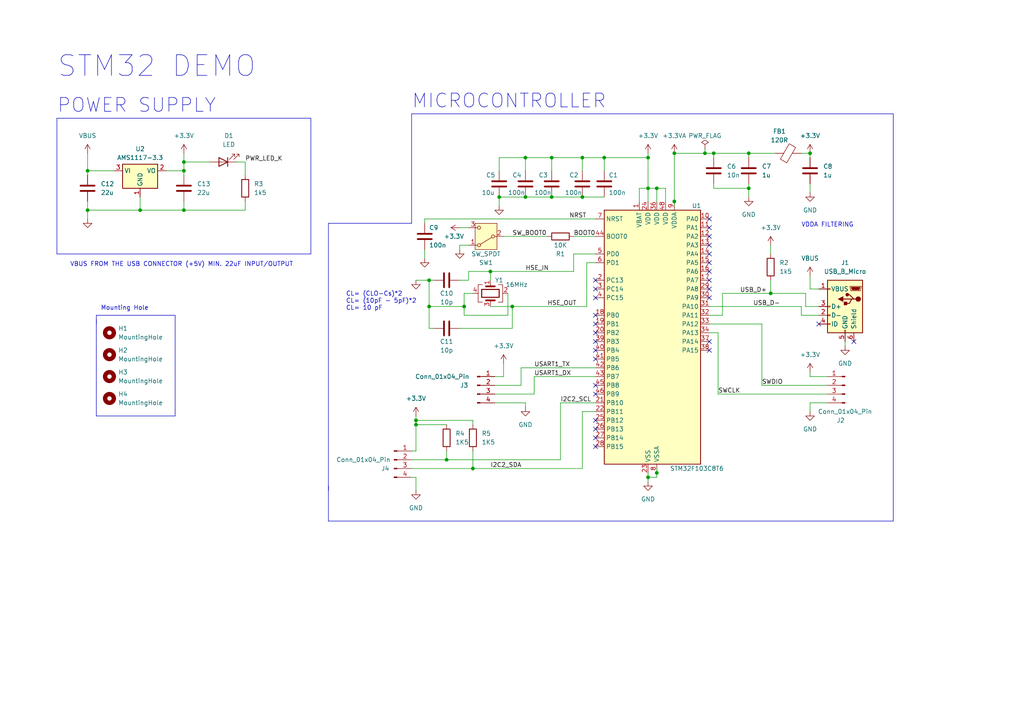
<source format=kicad_sch>
(kicad_sch (version 20230121) (generator eeschema)

  (uuid a009b891-f152-4a1c-a5b2-93edfa991d37)

  (paper "A4")

  (title_block
    (title "STM32 DEMO")
    (date "2024-01-09")
    (rev "0.1")
    (company "Ricardo Ugalde")
  )

  (lib_symbols
    (symbol "Connector:Conn_01x04_Pin" (pin_names (offset 1.016) hide) (in_bom yes) (on_board yes)
      (property "Reference" "J" (at 0 5.08 0)
        (effects (font (size 1.27 1.27)))
      )
      (property "Value" "Conn_01x04_Pin" (at 0 -7.62 0)
        (effects (font (size 1.27 1.27)))
      )
      (property "Footprint" "" (at 0 0 0)
        (effects (font (size 1.27 1.27)) hide)
      )
      (property "Datasheet" "~" (at 0 0 0)
        (effects (font (size 1.27 1.27)) hide)
      )
      (property "ki_locked" "" (at 0 0 0)
        (effects (font (size 1.27 1.27)))
      )
      (property "ki_keywords" "connector" (at 0 0 0)
        (effects (font (size 1.27 1.27)) hide)
      )
      (property "ki_description" "Generic connector, single row, 01x04, script generated" (at 0 0 0)
        (effects (font (size 1.27 1.27)) hide)
      )
      (property "ki_fp_filters" "Connector*:*_1x??_*" (at 0 0 0)
        (effects (font (size 1.27 1.27)) hide)
      )
      (symbol "Conn_01x04_Pin_1_1"
        (polyline
          (pts
            (xy 1.27 -5.08)
            (xy 0.8636 -5.08)
          )
          (stroke (width 0.1524) (type default))
          (fill (type none))
        )
        (polyline
          (pts
            (xy 1.27 -2.54)
            (xy 0.8636 -2.54)
          )
          (stroke (width 0.1524) (type default))
          (fill (type none))
        )
        (polyline
          (pts
            (xy 1.27 0)
            (xy 0.8636 0)
          )
          (stroke (width 0.1524) (type default))
          (fill (type none))
        )
        (polyline
          (pts
            (xy 1.27 2.54)
            (xy 0.8636 2.54)
          )
          (stroke (width 0.1524) (type default))
          (fill (type none))
        )
        (rectangle (start 0.8636 -4.953) (end 0 -5.207)
          (stroke (width 0.1524) (type default))
          (fill (type outline))
        )
        (rectangle (start 0.8636 -2.413) (end 0 -2.667)
          (stroke (width 0.1524) (type default))
          (fill (type outline))
        )
        (rectangle (start 0.8636 0.127) (end 0 -0.127)
          (stroke (width 0.1524) (type default))
          (fill (type outline))
        )
        (rectangle (start 0.8636 2.667) (end 0 2.413)
          (stroke (width 0.1524) (type default))
          (fill (type outline))
        )
        (pin passive line (at 5.08 2.54 180) (length 3.81)
          (name "Pin_1" (effects (font (size 1.27 1.27))))
          (number "1" (effects (font (size 1.27 1.27))))
        )
        (pin passive line (at 5.08 0 180) (length 3.81)
          (name "Pin_2" (effects (font (size 1.27 1.27))))
          (number "2" (effects (font (size 1.27 1.27))))
        )
        (pin passive line (at 5.08 -2.54 180) (length 3.81)
          (name "Pin_3" (effects (font (size 1.27 1.27))))
          (number "3" (effects (font (size 1.27 1.27))))
        )
        (pin passive line (at 5.08 -5.08 180) (length 3.81)
          (name "Pin_4" (effects (font (size 1.27 1.27))))
          (number "4" (effects (font (size 1.27 1.27))))
        )
      )
    )
    (symbol "Connector:USB_B_Micro" (pin_names (offset 1.016)) (in_bom yes) (on_board yes)
      (property "Reference" "J" (at -5.08 11.43 0)
        (effects (font (size 1.27 1.27)) (justify left))
      )
      (property "Value" "USB_B_Micro" (at -5.08 8.89 0)
        (effects (font (size 1.27 1.27)) (justify left))
      )
      (property "Footprint" "" (at 3.81 -1.27 0)
        (effects (font (size 1.27 1.27)) hide)
      )
      (property "Datasheet" "~" (at 3.81 -1.27 0)
        (effects (font (size 1.27 1.27)) hide)
      )
      (property "ki_keywords" "connector USB micro" (at 0 0 0)
        (effects (font (size 1.27 1.27)) hide)
      )
      (property "ki_description" "USB Micro Type B connector" (at 0 0 0)
        (effects (font (size 1.27 1.27)) hide)
      )
      (property "ki_fp_filters" "USB*" (at 0 0 0)
        (effects (font (size 1.27 1.27)) hide)
      )
      (symbol "USB_B_Micro_0_1"
        (rectangle (start -5.08 -7.62) (end 5.08 7.62)
          (stroke (width 0.254) (type default))
          (fill (type background))
        )
        (circle (center -3.81 2.159) (radius 0.635)
          (stroke (width 0.254) (type default))
          (fill (type outline))
        )
        (circle (center -0.635 3.429) (radius 0.381)
          (stroke (width 0.254) (type default))
          (fill (type outline))
        )
        (rectangle (start -0.127 -7.62) (end 0.127 -6.858)
          (stroke (width 0) (type default))
          (fill (type none))
        )
        (polyline
          (pts
            (xy -1.905 2.159)
            (xy 0.635 2.159)
          )
          (stroke (width 0.254) (type default))
          (fill (type none))
        )
        (polyline
          (pts
            (xy -3.175 2.159)
            (xy -2.54 2.159)
            (xy -1.27 3.429)
            (xy -0.635 3.429)
          )
          (stroke (width 0.254) (type default))
          (fill (type none))
        )
        (polyline
          (pts
            (xy -2.54 2.159)
            (xy -1.905 2.159)
            (xy -1.27 0.889)
            (xy 0 0.889)
          )
          (stroke (width 0.254) (type default))
          (fill (type none))
        )
        (polyline
          (pts
            (xy 0.635 2.794)
            (xy 0.635 1.524)
            (xy 1.905 2.159)
            (xy 0.635 2.794)
          )
          (stroke (width 0.254) (type default))
          (fill (type outline))
        )
        (polyline
          (pts
            (xy -4.318 5.588)
            (xy -1.778 5.588)
            (xy -2.032 4.826)
            (xy -4.064 4.826)
            (xy -4.318 5.588)
          )
          (stroke (width 0) (type default))
          (fill (type outline))
        )
        (polyline
          (pts
            (xy -4.699 5.842)
            (xy -4.699 5.588)
            (xy -4.445 4.826)
            (xy -4.445 4.572)
            (xy -1.651 4.572)
            (xy -1.651 4.826)
            (xy -1.397 5.588)
            (xy -1.397 5.842)
            (xy -4.699 5.842)
          )
          (stroke (width 0) (type default))
          (fill (type none))
        )
        (rectangle (start 0.254 1.27) (end -0.508 0.508)
          (stroke (width 0.254) (type default))
          (fill (type outline))
        )
        (rectangle (start 5.08 -5.207) (end 4.318 -4.953)
          (stroke (width 0) (type default))
          (fill (type none))
        )
        (rectangle (start 5.08 -2.667) (end 4.318 -2.413)
          (stroke (width 0) (type default))
          (fill (type none))
        )
        (rectangle (start 5.08 -0.127) (end 4.318 0.127)
          (stroke (width 0) (type default))
          (fill (type none))
        )
        (rectangle (start 5.08 4.953) (end 4.318 5.207)
          (stroke (width 0) (type default))
          (fill (type none))
        )
      )
      (symbol "USB_B_Micro_1_1"
        (pin power_out line (at 7.62 5.08 180) (length 2.54)
          (name "VBUS" (effects (font (size 1.27 1.27))))
          (number "1" (effects (font (size 1.27 1.27))))
        )
        (pin bidirectional line (at 7.62 -2.54 180) (length 2.54)
          (name "D-" (effects (font (size 1.27 1.27))))
          (number "2" (effects (font (size 1.27 1.27))))
        )
        (pin bidirectional line (at 7.62 0 180) (length 2.54)
          (name "D+" (effects (font (size 1.27 1.27))))
          (number "3" (effects (font (size 1.27 1.27))))
        )
        (pin passive line (at 7.62 -5.08 180) (length 2.54)
          (name "ID" (effects (font (size 1.27 1.27))))
          (number "4" (effects (font (size 1.27 1.27))))
        )
        (pin power_out line (at 0 -10.16 90) (length 2.54)
          (name "GND" (effects (font (size 1.27 1.27))))
          (number "5" (effects (font (size 1.27 1.27))))
        )
        (pin passive line (at -2.54 -10.16 90) (length 2.54)
          (name "Shield" (effects (font (size 1.27 1.27))))
          (number "6" (effects (font (size 1.27 1.27))))
        )
      )
    )
    (symbol "Device:C" (pin_numbers hide) (pin_names (offset 0.254)) (in_bom yes) (on_board yes)
      (property "Reference" "C" (at 0.635 2.54 0)
        (effects (font (size 1.27 1.27)) (justify left))
      )
      (property "Value" "C" (at 0.635 -2.54 0)
        (effects (font (size 1.27 1.27)) (justify left))
      )
      (property "Footprint" "" (at 0.9652 -3.81 0)
        (effects (font (size 1.27 1.27)) hide)
      )
      (property "Datasheet" "~" (at 0 0 0)
        (effects (font (size 1.27 1.27)) hide)
      )
      (property "ki_keywords" "cap capacitor" (at 0 0 0)
        (effects (font (size 1.27 1.27)) hide)
      )
      (property "ki_description" "Unpolarized capacitor" (at 0 0 0)
        (effects (font (size 1.27 1.27)) hide)
      )
      (property "ki_fp_filters" "C_*" (at 0 0 0)
        (effects (font (size 1.27 1.27)) hide)
      )
      (symbol "C_0_1"
        (polyline
          (pts
            (xy -2.032 -0.762)
            (xy 2.032 -0.762)
          )
          (stroke (width 0.508) (type default))
          (fill (type none))
        )
        (polyline
          (pts
            (xy -2.032 0.762)
            (xy 2.032 0.762)
          )
          (stroke (width 0.508) (type default))
          (fill (type none))
        )
      )
      (symbol "C_1_1"
        (pin passive line (at 0 3.81 270) (length 2.794)
          (name "~" (effects (font (size 1.27 1.27))))
          (number "1" (effects (font (size 1.27 1.27))))
        )
        (pin passive line (at 0 -3.81 90) (length 2.794)
          (name "~" (effects (font (size 1.27 1.27))))
          (number "2" (effects (font (size 1.27 1.27))))
        )
      )
    )
    (symbol "Device:Crystal_GND24" (pin_names (offset 1.016) hide) (in_bom yes) (on_board yes)
      (property "Reference" "Y" (at 3.175 5.08 0)
        (effects (font (size 1.27 1.27)) (justify left))
      )
      (property "Value" "Crystal_GND24" (at 3.175 3.175 0)
        (effects (font (size 1.27 1.27)) (justify left))
      )
      (property "Footprint" "" (at 0 0 0)
        (effects (font (size 1.27 1.27)) hide)
      )
      (property "Datasheet" "~" (at 0 0 0)
        (effects (font (size 1.27 1.27)) hide)
      )
      (property "ki_keywords" "quartz ceramic resonator oscillator" (at 0 0 0)
        (effects (font (size 1.27 1.27)) hide)
      )
      (property "ki_description" "Four pin crystal, GND on pins 2 and 4" (at 0 0 0)
        (effects (font (size 1.27 1.27)) hide)
      )
      (property "ki_fp_filters" "Crystal*" (at 0 0 0)
        (effects (font (size 1.27 1.27)) hide)
      )
      (symbol "Crystal_GND24_0_1"
        (rectangle (start -1.143 2.54) (end 1.143 -2.54)
          (stroke (width 0.3048) (type default))
          (fill (type none))
        )
        (polyline
          (pts
            (xy -2.54 0)
            (xy -2.032 0)
          )
          (stroke (width 0) (type default))
          (fill (type none))
        )
        (polyline
          (pts
            (xy -2.032 -1.27)
            (xy -2.032 1.27)
          )
          (stroke (width 0.508) (type default))
          (fill (type none))
        )
        (polyline
          (pts
            (xy 0 -3.81)
            (xy 0 -3.556)
          )
          (stroke (width 0) (type default))
          (fill (type none))
        )
        (polyline
          (pts
            (xy 0 3.556)
            (xy 0 3.81)
          )
          (stroke (width 0) (type default))
          (fill (type none))
        )
        (polyline
          (pts
            (xy 2.032 -1.27)
            (xy 2.032 1.27)
          )
          (stroke (width 0.508) (type default))
          (fill (type none))
        )
        (polyline
          (pts
            (xy 2.032 0)
            (xy 2.54 0)
          )
          (stroke (width 0) (type default))
          (fill (type none))
        )
        (polyline
          (pts
            (xy -2.54 -2.286)
            (xy -2.54 -3.556)
            (xy 2.54 -3.556)
            (xy 2.54 -2.286)
          )
          (stroke (width 0) (type default))
          (fill (type none))
        )
        (polyline
          (pts
            (xy -2.54 2.286)
            (xy -2.54 3.556)
            (xy 2.54 3.556)
            (xy 2.54 2.286)
          )
          (stroke (width 0) (type default))
          (fill (type none))
        )
      )
      (symbol "Crystal_GND24_1_1"
        (pin passive line (at -3.81 0 0) (length 1.27)
          (name "1" (effects (font (size 1.27 1.27))))
          (number "1" (effects (font (size 1.27 1.27))))
        )
        (pin passive line (at 0 5.08 270) (length 1.27)
          (name "2" (effects (font (size 1.27 1.27))))
          (number "2" (effects (font (size 1.27 1.27))))
        )
        (pin passive line (at 3.81 0 180) (length 1.27)
          (name "3" (effects (font (size 1.27 1.27))))
          (number "3" (effects (font (size 1.27 1.27))))
        )
        (pin passive line (at 0 -5.08 90) (length 1.27)
          (name "4" (effects (font (size 1.27 1.27))))
          (number "4" (effects (font (size 1.27 1.27))))
        )
      )
    )
    (symbol "Device:FerriteBead" (pin_numbers hide) (pin_names (offset 0)) (in_bom yes) (on_board yes)
      (property "Reference" "FB" (at -3.81 0.635 90)
        (effects (font (size 1.27 1.27)))
      )
      (property "Value" "FerriteBead" (at 3.81 0 90)
        (effects (font (size 1.27 1.27)))
      )
      (property "Footprint" "" (at -1.778 0 90)
        (effects (font (size 1.27 1.27)) hide)
      )
      (property "Datasheet" "~" (at 0 0 0)
        (effects (font (size 1.27 1.27)) hide)
      )
      (property "ki_keywords" "L ferrite bead inductor filter" (at 0 0 0)
        (effects (font (size 1.27 1.27)) hide)
      )
      (property "ki_description" "Ferrite bead" (at 0 0 0)
        (effects (font (size 1.27 1.27)) hide)
      )
      (property "ki_fp_filters" "Inductor_* L_* *Ferrite*" (at 0 0 0)
        (effects (font (size 1.27 1.27)) hide)
      )
      (symbol "FerriteBead_0_1"
        (polyline
          (pts
            (xy 0 -1.27)
            (xy 0 -1.2192)
          )
          (stroke (width 0) (type default))
          (fill (type none))
        )
        (polyline
          (pts
            (xy 0 1.27)
            (xy 0 1.2954)
          )
          (stroke (width 0) (type default))
          (fill (type none))
        )
        (polyline
          (pts
            (xy -2.7686 0.4064)
            (xy -1.7018 2.2606)
            (xy 2.7686 -0.3048)
            (xy 1.6764 -2.159)
            (xy -2.7686 0.4064)
          )
          (stroke (width 0) (type default))
          (fill (type none))
        )
      )
      (symbol "FerriteBead_1_1"
        (pin passive line (at 0 3.81 270) (length 2.54)
          (name "~" (effects (font (size 1.27 1.27))))
          (number "1" (effects (font (size 1.27 1.27))))
        )
        (pin passive line (at 0 -3.81 90) (length 2.54)
          (name "~" (effects (font (size 1.27 1.27))))
          (number "2" (effects (font (size 1.27 1.27))))
        )
      )
    )
    (symbol "Device:LED" (pin_numbers hide) (pin_names (offset 1.016) hide) (in_bom yes) (on_board yes)
      (property "Reference" "D" (at 0 2.54 0)
        (effects (font (size 1.27 1.27)))
      )
      (property "Value" "LED" (at 0 -2.54 0)
        (effects (font (size 1.27 1.27)))
      )
      (property "Footprint" "" (at 0 0 0)
        (effects (font (size 1.27 1.27)) hide)
      )
      (property "Datasheet" "~" (at 0 0 0)
        (effects (font (size 1.27 1.27)) hide)
      )
      (property "ki_keywords" "LED diode" (at 0 0 0)
        (effects (font (size 1.27 1.27)) hide)
      )
      (property "ki_description" "Light emitting diode" (at 0 0 0)
        (effects (font (size 1.27 1.27)) hide)
      )
      (property "ki_fp_filters" "LED* LED_SMD:* LED_THT:*" (at 0 0 0)
        (effects (font (size 1.27 1.27)) hide)
      )
      (symbol "LED_0_1"
        (polyline
          (pts
            (xy -1.27 -1.27)
            (xy -1.27 1.27)
          )
          (stroke (width 0.254) (type default))
          (fill (type none))
        )
        (polyline
          (pts
            (xy -1.27 0)
            (xy 1.27 0)
          )
          (stroke (width 0) (type default))
          (fill (type none))
        )
        (polyline
          (pts
            (xy 1.27 -1.27)
            (xy 1.27 1.27)
            (xy -1.27 0)
            (xy 1.27 -1.27)
          )
          (stroke (width 0.254) (type default))
          (fill (type none))
        )
        (polyline
          (pts
            (xy -3.048 -0.762)
            (xy -4.572 -2.286)
            (xy -3.81 -2.286)
            (xy -4.572 -2.286)
            (xy -4.572 -1.524)
          )
          (stroke (width 0) (type default))
          (fill (type none))
        )
        (polyline
          (pts
            (xy -1.778 -0.762)
            (xy -3.302 -2.286)
            (xy -2.54 -2.286)
            (xy -3.302 -2.286)
            (xy -3.302 -1.524)
          )
          (stroke (width 0) (type default))
          (fill (type none))
        )
      )
      (symbol "LED_1_1"
        (pin passive line (at -3.81 0 0) (length 2.54)
          (name "K" (effects (font (size 1.27 1.27))))
          (number "1" (effects (font (size 1.27 1.27))))
        )
        (pin passive line (at 3.81 0 180) (length 2.54)
          (name "A" (effects (font (size 1.27 1.27))))
          (number "2" (effects (font (size 1.27 1.27))))
        )
      )
    )
    (symbol "Device:R" (pin_numbers hide) (pin_names (offset 0)) (in_bom yes) (on_board yes)
      (property "Reference" "R" (at 2.032 0 90)
        (effects (font (size 1.27 1.27)))
      )
      (property "Value" "R" (at 0 0 90)
        (effects (font (size 1.27 1.27)))
      )
      (property "Footprint" "" (at -1.778 0 90)
        (effects (font (size 1.27 1.27)) hide)
      )
      (property "Datasheet" "~" (at 0 0 0)
        (effects (font (size 1.27 1.27)) hide)
      )
      (property "ki_keywords" "R res resistor" (at 0 0 0)
        (effects (font (size 1.27 1.27)) hide)
      )
      (property "ki_description" "Resistor" (at 0 0 0)
        (effects (font (size 1.27 1.27)) hide)
      )
      (property "ki_fp_filters" "R_*" (at 0 0 0)
        (effects (font (size 1.27 1.27)) hide)
      )
      (symbol "R_0_1"
        (rectangle (start -1.016 -2.54) (end 1.016 2.54)
          (stroke (width 0.254) (type default))
          (fill (type none))
        )
      )
      (symbol "R_1_1"
        (pin passive line (at 0 3.81 270) (length 1.27)
          (name "~" (effects (font (size 1.27 1.27))))
          (number "1" (effects (font (size 1.27 1.27))))
        )
        (pin passive line (at 0 -3.81 90) (length 1.27)
          (name "~" (effects (font (size 1.27 1.27))))
          (number "2" (effects (font (size 1.27 1.27))))
        )
      )
    )
    (symbol "MCU_ST_STM32F1:STM32F103C8Tx" (in_bom yes) (on_board yes)
      (property "Reference" "U" (at -12.7 39.37 0)
        (effects (font (size 1.27 1.27)) (justify left))
      )
      (property "Value" "STM32F103C8Tx" (at 10.16 39.37 0)
        (effects (font (size 1.27 1.27)) (justify left))
      )
      (property "Footprint" "Package_QFP:LQFP-48_7x7mm_P0.5mm" (at -12.7 -35.56 0)
        (effects (font (size 1.27 1.27)) (justify right) hide)
      )
      (property "Datasheet" "https://www.st.com/resource/en/datasheet/stm32f103c8.pdf" (at 0 0 0)
        (effects (font (size 1.27 1.27)) hide)
      )
      (property "ki_locked" "" (at 0 0 0)
        (effects (font (size 1.27 1.27)))
      )
      (property "ki_keywords" "Arm Cortex-M3 STM32F1 STM32F103" (at 0 0 0)
        (effects (font (size 1.27 1.27)) hide)
      )
      (property "ki_description" "STMicroelectronics Arm Cortex-M3 MCU, 64KB flash, 20KB RAM, 72 MHz, 2.0-3.6V, 37 GPIO, LQFP48" (at 0 0 0)
        (effects (font (size 1.27 1.27)) hide)
      )
      (property "ki_fp_filters" "LQFP*7x7mm*P0.5mm*" (at 0 0 0)
        (effects (font (size 1.27 1.27)) hide)
      )
      (symbol "STM32F103C8Tx_0_1"
        (rectangle (start -12.7 -35.56) (end 15.24 38.1)
          (stroke (width 0.254) (type default))
          (fill (type background))
        )
      )
      (symbol "STM32F103C8Tx_1_1"
        (pin power_in line (at -2.54 40.64 270) (length 2.54)
          (name "VBAT" (effects (font (size 1.27 1.27))))
          (number "1" (effects (font (size 1.27 1.27))))
        )
        (pin bidirectional line (at 17.78 35.56 180) (length 2.54)
          (name "PA0" (effects (font (size 1.27 1.27))))
          (number "10" (effects (font (size 1.27 1.27))))
          (alternate "ADC1_IN0" bidirectional line)
          (alternate "ADC2_IN0" bidirectional line)
          (alternate "SYS_WKUP" bidirectional line)
          (alternate "TIM2_CH1" bidirectional line)
          (alternate "TIM2_ETR" bidirectional line)
          (alternate "USART2_CTS" bidirectional line)
        )
        (pin bidirectional line (at 17.78 33.02 180) (length 2.54)
          (name "PA1" (effects (font (size 1.27 1.27))))
          (number "11" (effects (font (size 1.27 1.27))))
          (alternate "ADC1_IN1" bidirectional line)
          (alternate "ADC2_IN1" bidirectional line)
          (alternate "TIM2_CH2" bidirectional line)
          (alternate "USART2_RTS" bidirectional line)
        )
        (pin bidirectional line (at 17.78 30.48 180) (length 2.54)
          (name "PA2" (effects (font (size 1.27 1.27))))
          (number "12" (effects (font (size 1.27 1.27))))
          (alternate "ADC1_IN2" bidirectional line)
          (alternate "ADC2_IN2" bidirectional line)
          (alternate "TIM2_CH3" bidirectional line)
          (alternate "USART2_TX" bidirectional line)
        )
        (pin bidirectional line (at 17.78 27.94 180) (length 2.54)
          (name "PA3" (effects (font (size 1.27 1.27))))
          (number "13" (effects (font (size 1.27 1.27))))
          (alternate "ADC1_IN3" bidirectional line)
          (alternate "ADC2_IN3" bidirectional line)
          (alternate "TIM2_CH4" bidirectional line)
          (alternate "USART2_RX" bidirectional line)
        )
        (pin bidirectional line (at 17.78 25.4 180) (length 2.54)
          (name "PA4" (effects (font (size 1.27 1.27))))
          (number "14" (effects (font (size 1.27 1.27))))
          (alternate "ADC1_IN4" bidirectional line)
          (alternate "ADC2_IN4" bidirectional line)
          (alternate "SPI1_NSS" bidirectional line)
          (alternate "USART2_CK" bidirectional line)
        )
        (pin bidirectional line (at 17.78 22.86 180) (length 2.54)
          (name "PA5" (effects (font (size 1.27 1.27))))
          (number "15" (effects (font (size 1.27 1.27))))
          (alternate "ADC1_IN5" bidirectional line)
          (alternate "ADC2_IN5" bidirectional line)
          (alternate "SPI1_SCK" bidirectional line)
        )
        (pin bidirectional line (at 17.78 20.32 180) (length 2.54)
          (name "PA6" (effects (font (size 1.27 1.27))))
          (number "16" (effects (font (size 1.27 1.27))))
          (alternate "ADC1_IN6" bidirectional line)
          (alternate "ADC2_IN6" bidirectional line)
          (alternate "SPI1_MISO" bidirectional line)
          (alternate "TIM1_BKIN" bidirectional line)
          (alternate "TIM3_CH1" bidirectional line)
        )
        (pin bidirectional line (at 17.78 17.78 180) (length 2.54)
          (name "PA7" (effects (font (size 1.27 1.27))))
          (number "17" (effects (font (size 1.27 1.27))))
          (alternate "ADC1_IN7" bidirectional line)
          (alternate "ADC2_IN7" bidirectional line)
          (alternate "SPI1_MOSI" bidirectional line)
          (alternate "TIM1_CH1N" bidirectional line)
          (alternate "TIM3_CH2" bidirectional line)
        )
        (pin bidirectional line (at -15.24 7.62 0) (length 2.54)
          (name "PB0" (effects (font (size 1.27 1.27))))
          (number "18" (effects (font (size 1.27 1.27))))
          (alternate "ADC1_IN8" bidirectional line)
          (alternate "ADC2_IN8" bidirectional line)
          (alternate "TIM1_CH2N" bidirectional line)
          (alternate "TIM3_CH3" bidirectional line)
        )
        (pin bidirectional line (at -15.24 5.08 0) (length 2.54)
          (name "PB1" (effects (font (size 1.27 1.27))))
          (number "19" (effects (font (size 1.27 1.27))))
          (alternate "ADC1_IN9" bidirectional line)
          (alternate "ADC2_IN9" bidirectional line)
          (alternate "TIM1_CH3N" bidirectional line)
          (alternate "TIM3_CH4" bidirectional line)
        )
        (pin bidirectional line (at -15.24 17.78 0) (length 2.54)
          (name "PC13" (effects (font (size 1.27 1.27))))
          (number "2" (effects (font (size 1.27 1.27))))
          (alternate "RTC_OUT" bidirectional line)
          (alternate "RTC_TAMPER" bidirectional line)
        )
        (pin bidirectional line (at -15.24 2.54 0) (length 2.54)
          (name "PB2" (effects (font (size 1.27 1.27))))
          (number "20" (effects (font (size 1.27 1.27))))
        )
        (pin bidirectional line (at -15.24 -17.78 0) (length 2.54)
          (name "PB10" (effects (font (size 1.27 1.27))))
          (number "21" (effects (font (size 1.27 1.27))))
          (alternate "I2C2_SCL" bidirectional line)
          (alternate "TIM2_CH3" bidirectional line)
          (alternate "USART3_TX" bidirectional line)
        )
        (pin bidirectional line (at -15.24 -20.32 0) (length 2.54)
          (name "PB11" (effects (font (size 1.27 1.27))))
          (number "22" (effects (font (size 1.27 1.27))))
          (alternate "ADC1_EXTI11" bidirectional line)
          (alternate "ADC2_EXTI11" bidirectional line)
          (alternate "I2C2_SDA" bidirectional line)
          (alternate "TIM2_CH4" bidirectional line)
          (alternate "USART3_RX" bidirectional line)
        )
        (pin power_in line (at 0 -38.1 90) (length 2.54)
          (name "VSS" (effects (font (size 1.27 1.27))))
          (number "23" (effects (font (size 1.27 1.27))))
        )
        (pin power_in line (at 0 40.64 270) (length 2.54)
          (name "VDD" (effects (font (size 1.27 1.27))))
          (number "24" (effects (font (size 1.27 1.27))))
        )
        (pin bidirectional line (at -15.24 -22.86 0) (length 2.54)
          (name "PB12" (effects (font (size 1.27 1.27))))
          (number "25" (effects (font (size 1.27 1.27))))
          (alternate "I2C2_SMBA" bidirectional line)
          (alternate "SPI2_NSS" bidirectional line)
          (alternate "TIM1_BKIN" bidirectional line)
          (alternate "USART3_CK" bidirectional line)
        )
        (pin bidirectional line (at -15.24 -25.4 0) (length 2.54)
          (name "PB13" (effects (font (size 1.27 1.27))))
          (number "26" (effects (font (size 1.27 1.27))))
          (alternate "SPI2_SCK" bidirectional line)
          (alternate "TIM1_CH1N" bidirectional line)
          (alternate "USART3_CTS" bidirectional line)
        )
        (pin bidirectional line (at -15.24 -27.94 0) (length 2.54)
          (name "PB14" (effects (font (size 1.27 1.27))))
          (number "27" (effects (font (size 1.27 1.27))))
          (alternate "SPI2_MISO" bidirectional line)
          (alternate "TIM1_CH2N" bidirectional line)
          (alternate "USART3_RTS" bidirectional line)
        )
        (pin bidirectional line (at -15.24 -30.48 0) (length 2.54)
          (name "PB15" (effects (font (size 1.27 1.27))))
          (number "28" (effects (font (size 1.27 1.27))))
          (alternate "ADC1_EXTI15" bidirectional line)
          (alternate "ADC2_EXTI15" bidirectional line)
          (alternate "SPI2_MOSI" bidirectional line)
          (alternate "TIM1_CH3N" bidirectional line)
        )
        (pin bidirectional line (at 17.78 15.24 180) (length 2.54)
          (name "PA8" (effects (font (size 1.27 1.27))))
          (number "29" (effects (font (size 1.27 1.27))))
          (alternate "RCC_MCO" bidirectional line)
          (alternate "TIM1_CH1" bidirectional line)
          (alternate "USART1_CK" bidirectional line)
        )
        (pin bidirectional line (at -15.24 15.24 0) (length 2.54)
          (name "PC14" (effects (font (size 1.27 1.27))))
          (number "3" (effects (font (size 1.27 1.27))))
          (alternate "RCC_OSC32_IN" bidirectional line)
        )
        (pin bidirectional line (at 17.78 12.7 180) (length 2.54)
          (name "PA9" (effects (font (size 1.27 1.27))))
          (number "30" (effects (font (size 1.27 1.27))))
          (alternate "TIM1_CH2" bidirectional line)
          (alternate "USART1_TX" bidirectional line)
        )
        (pin bidirectional line (at 17.78 10.16 180) (length 2.54)
          (name "PA10" (effects (font (size 1.27 1.27))))
          (number "31" (effects (font (size 1.27 1.27))))
          (alternate "TIM1_CH3" bidirectional line)
          (alternate "USART1_RX" bidirectional line)
        )
        (pin bidirectional line (at 17.78 7.62 180) (length 2.54)
          (name "PA11" (effects (font (size 1.27 1.27))))
          (number "32" (effects (font (size 1.27 1.27))))
          (alternate "ADC1_EXTI11" bidirectional line)
          (alternate "ADC2_EXTI11" bidirectional line)
          (alternate "CAN_RX" bidirectional line)
          (alternate "TIM1_CH4" bidirectional line)
          (alternate "USART1_CTS" bidirectional line)
          (alternate "USB_DM" bidirectional line)
        )
        (pin bidirectional line (at 17.78 5.08 180) (length 2.54)
          (name "PA12" (effects (font (size 1.27 1.27))))
          (number "33" (effects (font (size 1.27 1.27))))
          (alternate "CAN_TX" bidirectional line)
          (alternate "TIM1_ETR" bidirectional line)
          (alternate "USART1_RTS" bidirectional line)
          (alternate "USB_DP" bidirectional line)
        )
        (pin bidirectional line (at 17.78 2.54 180) (length 2.54)
          (name "PA13" (effects (font (size 1.27 1.27))))
          (number "34" (effects (font (size 1.27 1.27))))
          (alternate "SYS_JTMS-SWDIO" bidirectional line)
        )
        (pin passive line (at 0 -38.1 90) (length 2.54) hide
          (name "VSS" (effects (font (size 1.27 1.27))))
          (number "35" (effects (font (size 1.27 1.27))))
        )
        (pin power_in line (at 2.54 40.64 270) (length 2.54)
          (name "VDD" (effects (font (size 1.27 1.27))))
          (number "36" (effects (font (size 1.27 1.27))))
        )
        (pin bidirectional line (at 17.78 0 180) (length 2.54)
          (name "PA14" (effects (font (size 1.27 1.27))))
          (number "37" (effects (font (size 1.27 1.27))))
          (alternate "SYS_JTCK-SWCLK" bidirectional line)
        )
        (pin bidirectional line (at 17.78 -2.54 180) (length 2.54)
          (name "PA15" (effects (font (size 1.27 1.27))))
          (number "38" (effects (font (size 1.27 1.27))))
          (alternate "ADC1_EXTI15" bidirectional line)
          (alternate "ADC2_EXTI15" bidirectional line)
          (alternate "SPI1_NSS" bidirectional line)
          (alternate "SYS_JTDI" bidirectional line)
          (alternate "TIM2_CH1" bidirectional line)
          (alternate "TIM2_ETR" bidirectional line)
        )
        (pin bidirectional line (at -15.24 0 0) (length 2.54)
          (name "PB3" (effects (font (size 1.27 1.27))))
          (number "39" (effects (font (size 1.27 1.27))))
          (alternate "SPI1_SCK" bidirectional line)
          (alternate "SYS_JTDO-TRACESWO" bidirectional line)
          (alternate "TIM2_CH2" bidirectional line)
        )
        (pin bidirectional line (at -15.24 12.7 0) (length 2.54)
          (name "PC15" (effects (font (size 1.27 1.27))))
          (number "4" (effects (font (size 1.27 1.27))))
          (alternate "ADC1_EXTI15" bidirectional line)
          (alternate "ADC2_EXTI15" bidirectional line)
          (alternate "RCC_OSC32_OUT" bidirectional line)
        )
        (pin bidirectional line (at -15.24 -2.54 0) (length 2.54)
          (name "PB4" (effects (font (size 1.27 1.27))))
          (number "40" (effects (font (size 1.27 1.27))))
          (alternate "SPI1_MISO" bidirectional line)
          (alternate "SYS_NJTRST" bidirectional line)
          (alternate "TIM3_CH1" bidirectional line)
        )
        (pin bidirectional line (at -15.24 -5.08 0) (length 2.54)
          (name "PB5" (effects (font (size 1.27 1.27))))
          (number "41" (effects (font (size 1.27 1.27))))
          (alternate "I2C1_SMBA" bidirectional line)
          (alternate "SPI1_MOSI" bidirectional line)
          (alternate "TIM3_CH2" bidirectional line)
        )
        (pin bidirectional line (at -15.24 -7.62 0) (length 2.54)
          (name "PB6" (effects (font (size 1.27 1.27))))
          (number "42" (effects (font (size 1.27 1.27))))
          (alternate "I2C1_SCL" bidirectional line)
          (alternate "TIM4_CH1" bidirectional line)
          (alternate "USART1_TX" bidirectional line)
        )
        (pin bidirectional line (at -15.24 -10.16 0) (length 2.54)
          (name "PB7" (effects (font (size 1.27 1.27))))
          (number "43" (effects (font (size 1.27 1.27))))
          (alternate "I2C1_SDA" bidirectional line)
          (alternate "TIM4_CH2" bidirectional line)
          (alternate "USART1_RX" bidirectional line)
        )
        (pin input line (at -15.24 30.48 0) (length 2.54)
          (name "BOOT0" (effects (font (size 1.27 1.27))))
          (number "44" (effects (font (size 1.27 1.27))))
        )
        (pin bidirectional line (at -15.24 -12.7 0) (length 2.54)
          (name "PB8" (effects (font (size 1.27 1.27))))
          (number "45" (effects (font (size 1.27 1.27))))
          (alternate "CAN_RX" bidirectional line)
          (alternate "I2C1_SCL" bidirectional line)
          (alternate "TIM4_CH3" bidirectional line)
        )
        (pin bidirectional line (at -15.24 -15.24 0) (length 2.54)
          (name "PB9" (effects (font (size 1.27 1.27))))
          (number "46" (effects (font (size 1.27 1.27))))
          (alternate "CAN_TX" bidirectional line)
          (alternate "I2C1_SDA" bidirectional line)
          (alternate "TIM4_CH4" bidirectional line)
        )
        (pin passive line (at 0 -38.1 90) (length 2.54) hide
          (name "VSS" (effects (font (size 1.27 1.27))))
          (number "47" (effects (font (size 1.27 1.27))))
        )
        (pin power_in line (at 5.08 40.64 270) (length 2.54)
          (name "VDD" (effects (font (size 1.27 1.27))))
          (number "48" (effects (font (size 1.27 1.27))))
        )
        (pin bidirectional line (at -15.24 25.4 0) (length 2.54)
          (name "PD0" (effects (font (size 1.27 1.27))))
          (number "5" (effects (font (size 1.27 1.27))))
          (alternate "RCC_OSC_IN" bidirectional line)
        )
        (pin bidirectional line (at -15.24 22.86 0) (length 2.54)
          (name "PD1" (effects (font (size 1.27 1.27))))
          (number "6" (effects (font (size 1.27 1.27))))
          (alternate "RCC_OSC_OUT" bidirectional line)
        )
        (pin input line (at -15.24 35.56 0) (length 2.54)
          (name "NRST" (effects (font (size 1.27 1.27))))
          (number "7" (effects (font (size 1.27 1.27))))
        )
        (pin power_in line (at 2.54 -38.1 90) (length 2.54)
          (name "VSSA" (effects (font (size 1.27 1.27))))
          (number "8" (effects (font (size 1.27 1.27))))
        )
        (pin power_in line (at 7.62 40.64 270) (length 2.54)
          (name "VDDA" (effects (font (size 1.27 1.27))))
          (number "9" (effects (font (size 1.27 1.27))))
        )
      )
    )
    (symbol "Mechanical:MountingHole" (pin_names (offset 1.016)) (in_bom yes) (on_board yes)
      (property "Reference" "H" (at 0 5.08 0)
        (effects (font (size 1.27 1.27)))
      )
      (property "Value" "MountingHole" (at 0 3.175 0)
        (effects (font (size 1.27 1.27)))
      )
      (property "Footprint" "" (at 0 0 0)
        (effects (font (size 1.27 1.27)) hide)
      )
      (property "Datasheet" "~" (at 0 0 0)
        (effects (font (size 1.27 1.27)) hide)
      )
      (property "ki_keywords" "mounting hole" (at 0 0 0)
        (effects (font (size 1.27 1.27)) hide)
      )
      (property "ki_description" "Mounting Hole without connection" (at 0 0 0)
        (effects (font (size 1.27 1.27)) hide)
      )
      (property "ki_fp_filters" "MountingHole*" (at 0 0 0)
        (effects (font (size 1.27 1.27)) hide)
      )
      (symbol "MountingHole_0_1"
        (circle (center 0 0) (radius 1.27)
          (stroke (width 1.27) (type default))
          (fill (type none))
        )
      )
    )
    (symbol "Regulator_Linear:AMS1117-3.3" (in_bom yes) (on_board yes)
      (property "Reference" "U" (at -3.81 3.175 0)
        (effects (font (size 1.27 1.27)))
      )
      (property "Value" "AMS1117-3.3" (at 0 3.175 0)
        (effects (font (size 1.27 1.27)) (justify left))
      )
      (property "Footprint" "Package_TO_SOT_SMD:SOT-223-3_TabPin2" (at 0 5.08 0)
        (effects (font (size 1.27 1.27)) hide)
      )
      (property "Datasheet" "http://www.advanced-monolithic.com/pdf/ds1117.pdf" (at 2.54 -6.35 0)
        (effects (font (size 1.27 1.27)) hide)
      )
      (property "ki_keywords" "linear regulator ldo fixed positive" (at 0 0 0)
        (effects (font (size 1.27 1.27)) hide)
      )
      (property "ki_description" "1A Low Dropout regulator, positive, 3.3V fixed output, SOT-223" (at 0 0 0)
        (effects (font (size 1.27 1.27)) hide)
      )
      (property "ki_fp_filters" "SOT?223*TabPin2*" (at 0 0 0)
        (effects (font (size 1.27 1.27)) hide)
      )
      (symbol "AMS1117-3.3_0_1"
        (rectangle (start -5.08 -5.08) (end 5.08 1.905)
          (stroke (width 0.254) (type default))
          (fill (type background))
        )
      )
      (symbol "AMS1117-3.3_1_1"
        (pin power_in line (at 0 -7.62 90) (length 2.54)
          (name "GND" (effects (font (size 1.27 1.27))))
          (number "1" (effects (font (size 1.27 1.27))))
        )
        (pin power_out line (at 7.62 0 180) (length 2.54)
          (name "VO" (effects (font (size 1.27 1.27))))
          (number "2" (effects (font (size 1.27 1.27))))
        )
        (pin power_in line (at -7.62 0 0) (length 2.54)
          (name "VI" (effects (font (size 1.27 1.27))))
          (number "3" (effects (font (size 1.27 1.27))))
        )
      )
    )
    (symbol "Switch:SW_SPDT" (pin_names (offset 0) hide) (in_bom yes) (on_board yes)
      (property "Reference" "SW" (at 0 5.08 0)
        (effects (font (size 1.27 1.27)))
      )
      (property "Value" "SW_SPDT" (at 0 -5.08 0)
        (effects (font (size 1.27 1.27)))
      )
      (property "Footprint" "" (at 0 0 0)
        (effects (font (size 1.27 1.27)) hide)
      )
      (property "Datasheet" "~" (at 0 -7.62 0)
        (effects (font (size 1.27 1.27)) hide)
      )
      (property "ki_keywords" "switch single-pole double-throw spdt ON-ON" (at 0 0 0)
        (effects (font (size 1.27 1.27)) hide)
      )
      (property "ki_description" "Switch, single pole double throw" (at 0 0 0)
        (effects (font (size 1.27 1.27)) hide)
      )
      (symbol "SW_SPDT_0_1"
        (circle (center -2.032 0) (radius 0.4572)
          (stroke (width 0) (type default))
          (fill (type none))
        )
        (polyline
          (pts
            (xy -1.651 0.254)
            (xy 1.651 2.286)
          )
          (stroke (width 0) (type default))
          (fill (type none))
        )
        (circle (center 2.032 -2.54) (radius 0.4572)
          (stroke (width 0) (type default))
          (fill (type none))
        )
        (circle (center 2.032 2.54) (radius 0.4572)
          (stroke (width 0) (type default))
          (fill (type none))
        )
      )
      (symbol "SW_SPDT_1_1"
        (rectangle (start -3.175 3.81) (end 3.175 -3.81)
          (stroke (width 0) (type default))
          (fill (type background))
        )
        (pin passive line (at 5.08 2.54 180) (length 2.54)
          (name "A" (effects (font (size 1.27 1.27))))
          (number "1" (effects (font (size 1.27 1.27))))
        )
        (pin passive line (at -5.08 0 0) (length 2.54)
          (name "B" (effects (font (size 1.27 1.27))))
          (number "2" (effects (font (size 1.27 1.27))))
        )
        (pin passive line (at 5.08 -2.54 180) (length 2.54)
          (name "C" (effects (font (size 1.27 1.27))))
          (number "3" (effects (font (size 1.27 1.27))))
        )
      )
    )
    (symbol "power:+3.3V" (power) (pin_names (offset 0)) (in_bom yes) (on_board yes)
      (property "Reference" "#PWR" (at 0 -3.81 0)
        (effects (font (size 1.27 1.27)) hide)
      )
      (property "Value" "+3.3V" (at 0 3.556 0)
        (effects (font (size 1.27 1.27)))
      )
      (property "Footprint" "" (at 0 0 0)
        (effects (font (size 1.27 1.27)) hide)
      )
      (property "Datasheet" "" (at 0 0 0)
        (effects (font (size 1.27 1.27)) hide)
      )
      (property "ki_keywords" "global power" (at 0 0 0)
        (effects (font (size 1.27 1.27)) hide)
      )
      (property "ki_description" "Power symbol creates a global label with name \"+3.3V\"" (at 0 0 0)
        (effects (font (size 1.27 1.27)) hide)
      )
      (symbol "+3.3V_0_1"
        (polyline
          (pts
            (xy -0.762 1.27)
            (xy 0 2.54)
          )
          (stroke (width 0) (type default))
          (fill (type none))
        )
        (polyline
          (pts
            (xy 0 0)
            (xy 0 2.54)
          )
          (stroke (width 0) (type default))
          (fill (type none))
        )
        (polyline
          (pts
            (xy 0 2.54)
            (xy 0.762 1.27)
          )
          (stroke (width 0) (type default))
          (fill (type none))
        )
      )
      (symbol "+3.3V_1_1"
        (pin power_in line (at 0 0 90) (length 0) hide
          (name "+3.3V" (effects (font (size 1.27 1.27))))
          (number "1" (effects (font (size 1.27 1.27))))
        )
      )
    )
    (symbol "power:+3.3VA" (power) (pin_names (offset 0)) (in_bom yes) (on_board yes)
      (property "Reference" "#PWR" (at 0 -3.81 0)
        (effects (font (size 1.27 1.27)) hide)
      )
      (property "Value" "+3.3VA" (at 0 3.556 0)
        (effects (font (size 1.27 1.27)))
      )
      (property "Footprint" "" (at 0 0 0)
        (effects (font (size 1.27 1.27)) hide)
      )
      (property "Datasheet" "" (at 0 0 0)
        (effects (font (size 1.27 1.27)) hide)
      )
      (property "ki_keywords" "global power" (at 0 0 0)
        (effects (font (size 1.27 1.27)) hide)
      )
      (property "ki_description" "Power symbol creates a global label with name \"+3.3VA\"" (at 0 0 0)
        (effects (font (size 1.27 1.27)) hide)
      )
      (symbol "+3.3VA_0_1"
        (polyline
          (pts
            (xy -0.762 1.27)
            (xy 0 2.54)
          )
          (stroke (width 0) (type default))
          (fill (type none))
        )
        (polyline
          (pts
            (xy 0 0)
            (xy 0 2.54)
          )
          (stroke (width 0) (type default))
          (fill (type none))
        )
        (polyline
          (pts
            (xy 0 2.54)
            (xy 0.762 1.27)
          )
          (stroke (width 0) (type default))
          (fill (type none))
        )
      )
      (symbol "+3.3VA_1_1"
        (pin power_in line (at 0 0 90) (length 0) hide
          (name "+3.3VA" (effects (font (size 1.27 1.27))))
          (number "1" (effects (font (size 1.27 1.27))))
        )
      )
    )
    (symbol "power:GND" (power) (pin_names (offset 0)) (in_bom yes) (on_board yes)
      (property "Reference" "#PWR" (at 0 -6.35 0)
        (effects (font (size 1.27 1.27)) hide)
      )
      (property "Value" "GND" (at 0 -3.81 0)
        (effects (font (size 1.27 1.27)))
      )
      (property "Footprint" "" (at 0 0 0)
        (effects (font (size 1.27 1.27)) hide)
      )
      (property "Datasheet" "" (at 0 0 0)
        (effects (font (size 1.27 1.27)) hide)
      )
      (property "ki_keywords" "global power" (at 0 0 0)
        (effects (font (size 1.27 1.27)) hide)
      )
      (property "ki_description" "Power symbol creates a global label with name \"GND\" , ground" (at 0 0 0)
        (effects (font (size 1.27 1.27)) hide)
      )
      (symbol "GND_0_1"
        (polyline
          (pts
            (xy 0 0)
            (xy 0 -1.27)
            (xy 1.27 -1.27)
            (xy 0 -2.54)
            (xy -1.27 -1.27)
            (xy 0 -1.27)
          )
          (stroke (width 0) (type default))
          (fill (type none))
        )
      )
      (symbol "GND_1_1"
        (pin power_in line (at 0 0 270) (length 0) hide
          (name "GND" (effects (font (size 1.27 1.27))))
          (number "1" (effects (font (size 1.27 1.27))))
        )
      )
    )
    (symbol "power:PWR_FLAG" (power) (pin_numbers hide) (pin_names (offset 0) hide) (in_bom yes) (on_board yes)
      (property "Reference" "#FLG" (at 0 1.905 0)
        (effects (font (size 1.27 1.27)) hide)
      )
      (property "Value" "PWR_FLAG" (at 0 3.81 0)
        (effects (font (size 1.27 1.27)))
      )
      (property "Footprint" "" (at 0 0 0)
        (effects (font (size 1.27 1.27)) hide)
      )
      (property "Datasheet" "~" (at 0 0 0)
        (effects (font (size 1.27 1.27)) hide)
      )
      (property "ki_keywords" "flag power" (at 0 0 0)
        (effects (font (size 1.27 1.27)) hide)
      )
      (property "ki_description" "Special symbol for telling ERC where power comes from" (at 0 0 0)
        (effects (font (size 1.27 1.27)) hide)
      )
      (symbol "PWR_FLAG_0_0"
        (pin power_out line (at 0 0 90) (length 0)
          (name "pwr" (effects (font (size 1.27 1.27))))
          (number "1" (effects (font (size 1.27 1.27))))
        )
      )
      (symbol "PWR_FLAG_0_1"
        (polyline
          (pts
            (xy 0 0)
            (xy 0 1.27)
            (xy -1.016 1.905)
            (xy 0 2.54)
            (xy 1.016 1.905)
            (xy 0 1.27)
          )
          (stroke (width 0) (type default))
          (fill (type none))
        )
      )
    )
    (symbol "power:VBUS" (power) (pin_names (offset 0)) (in_bom yes) (on_board yes)
      (property "Reference" "#PWR" (at 0 -3.81 0)
        (effects (font (size 1.27 1.27)) hide)
      )
      (property "Value" "VBUS" (at 0 3.81 0)
        (effects (font (size 1.27 1.27)))
      )
      (property "Footprint" "" (at 0 0 0)
        (effects (font (size 1.27 1.27)) hide)
      )
      (property "Datasheet" "" (at 0 0 0)
        (effects (font (size 1.27 1.27)) hide)
      )
      (property "ki_keywords" "global power" (at 0 0 0)
        (effects (font (size 1.27 1.27)) hide)
      )
      (property "ki_description" "Power symbol creates a global label with name \"VBUS\"" (at 0 0 0)
        (effects (font (size 1.27 1.27)) hide)
      )
      (symbol "VBUS_0_1"
        (polyline
          (pts
            (xy -0.762 1.27)
            (xy 0 2.54)
          )
          (stroke (width 0) (type default))
          (fill (type none))
        )
        (polyline
          (pts
            (xy 0 0)
            (xy 0 2.54)
          )
          (stroke (width 0) (type default))
          (fill (type none))
        )
        (polyline
          (pts
            (xy 0 2.54)
            (xy 0.762 1.27)
          )
          (stroke (width 0) (type default))
          (fill (type none))
        )
      )
      (symbol "VBUS_1_1"
        (pin power_in line (at 0 0 90) (length 0) hide
          (name "VBUS" (effects (font (size 1.27 1.27))))
          (number "1" (effects (font (size 1.27 1.27))))
        )
      )
    )
  )

  (junction (at 187.96 54.61) (diameter 0) (color 0 0 0 0)
    (uuid 00ee9809-a2fb-40b6-af90-44ac74191dd8)
  )
  (junction (at 195.58 58.42) (diameter 0) (color 0 0 0 0)
    (uuid 0287668e-8c7f-4cd7-b746-95a5d59d2225)
  )
  (junction (at 53.34 60.96) (diameter 0) (color 0 0 0 0)
    (uuid 0bdc6e11-344d-485a-8ff3-487405051041)
  )
  (junction (at 160.02 57.15) (diameter 0) (color 0 0 0 0)
    (uuid 13e25a12-3dc6-4faf-813f-c5a2a0698fcc)
  )
  (junction (at 207.01 44.45) (diameter 0) (color 0 0 0 0)
    (uuid 17aba5d3-c780-4387-9781-0b522620173b)
  )
  (junction (at 25.4 49.53) (diameter 0) (color 0 0 0 0)
    (uuid 23e6667b-568d-408f-ac65-e127d8192197)
  )
  (junction (at 217.17 54.61) (diameter 0) (color 0 0 0 0)
    (uuid 316d189d-aaed-4602-8cf9-a8c125bf0ff5)
  )
  (junction (at 120.65 121.92) (diameter 0) (color 0 0 0 0)
    (uuid 336398fa-8dcf-4a41-a9bc-5e8e5ad3ffa0)
  )
  (junction (at 187.96 138.43) (diameter 0) (color 0 0 0 0)
    (uuid 33dfbf5a-aee5-43b9-b9ff-79afdf74de67)
  )
  (junction (at 124.46 81.28) (diameter 0) (color 0 0 0 0)
    (uuid 3accf17b-408c-4ae3-a423-78cf63891801)
  )
  (junction (at 142.24 78.74) (diameter 0) (color 0 0 0 0)
    (uuid 4a9f16b3-e6d2-430c-aeaf-a9df0c2fe20f)
  )
  (junction (at 129.54 133.35) (diameter 0) (color 0 0 0 0)
    (uuid 64d1c6bd-c800-421b-911e-ef81ecb5368e)
  )
  (junction (at 53.34 46.99) (diameter 0) (color 0 0 0 0)
    (uuid 691ee6b2-ae88-4958-bb2f-516596d18155)
  )
  (junction (at 190.5 54.61) (diameter 0) (color 0 0 0 0)
    (uuid 6a9fb850-52ed-4d8a-8ee3-c8adddf996b1)
  )
  (junction (at 190.5 137.16) (diameter 0) (color 0 0 0 0)
    (uuid 6e06ddf0-8422-4ed6-ba4b-c44a69540709)
  )
  (junction (at 168.91 57.15) (diameter 0) (color 0 0 0 0)
    (uuid 77356bd8-e214-4269-af50-fafe7158e539)
  )
  (junction (at 137.16 135.89) (diameter 0) (color 0 0 0 0)
    (uuid 7963c464-5082-4344-84fe-728343e14e24)
  )
  (junction (at 40.64 60.96) (diameter 0) (color 0 0 0 0)
    (uuid 89f21265-97c0-4cc8-99cc-a7521fa3e446)
  )
  (junction (at 53.34 49.53) (diameter 0) (color 0 0 0 0)
    (uuid 949af099-3943-494a-b5b5-7c909bcaea61)
  )
  (junction (at 204.47 44.45) (diameter 0) (color 0 0 0 0)
    (uuid 99bca552-0f5f-4aba-a992-c921ecb9fc18)
  )
  (junction (at 160.02 45.72) (diameter 0) (color 0 0 0 0)
    (uuid 9a1dff41-2452-4c3e-be25-0180064defac)
  )
  (junction (at 223.52 85.09) (diameter 0) (color 0 0 0 0)
    (uuid 9e8765fd-5cf5-4994-85da-1d1b90762b6b)
  )
  (junction (at 152.4 45.72) (diameter 0) (color 0 0 0 0)
    (uuid a1d0f4c2-0c13-43f3-9865-92de4dbf309f)
  )
  (junction (at 175.26 45.72) (diameter 0) (color 0 0 0 0)
    (uuid a4ca777d-9acb-4063-9d0a-a1b6299af7f6)
  )
  (junction (at 168.91 45.72) (diameter 0) (color 0 0 0 0)
    (uuid a857a53d-50b3-48bd-8922-f9608eea593d)
  )
  (junction (at 187.96 45.72) (diameter 0) (color 0 0 0 0)
    (uuid aa7ae55e-9a41-4543-abb9-3ab82c78b218)
  )
  (junction (at 120.65 123.19) (diameter 0) (color 0 0 0 0)
    (uuid be20718f-17f0-4b56-9cbe-5c9212f9f02b)
  )
  (junction (at 148.59 88.9) (diameter 0) (color 0 0 0 0)
    (uuid cfc60add-116e-45c1-831a-f29e905a5240)
  )
  (junction (at 25.4 60.96) (diameter 0) (color 0 0 0 0)
    (uuid d9ec0a09-a044-45b2-9891-5048fefb673b)
  )
  (junction (at 152.4 57.15) (diameter 0) (color 0 0 0 0)
    (uuid df47bc79-691a-477b-9e44-5505aede0fa3)
  )
  (junction (at 234.95 44.45) (diameter 0) (color 0 0 0 0)
    (uuid df706129-0ef8-4328-9182-cd21c6392d9c)
  )
  (junction (at 195.58 44.45) (diameter 0) (color 0 0 0 0)
    (uuid e0012b50-496d-4673-a1ee-ebe298df61d4)
  )
  (junction (at 144.78 57.15) (diameter 0) (color 0 0 0 0)
    (uuid ea9bfc88-c216-49eb-b886-c9ba4a522a94)
  )
  (junction (at 134.62 88.9) (diameter 0) (color 0 0 0 0)
    (uuid eed7e7d8-ef05-4665-8972-4afb3a464ffa)
  )
  (junction (at 124.46 88.9) (diameter 0) (color 0 0 0 0)
    (uuid f3ca7b8f-608c-4b8e-99d5-3e105bfdf9d0)
  )
  (junction (at 217.17 44.45) (diameter 0) (color 0 0 0 0)
    (uuid f769f0e4-7080-4c41-8159-3ca4562873a7)
  )

  (no_connect (at 172.72 127) (uuid 0b5a4f48-b17e-4fce-88b3-7d0f7afb31d1))
  (no_connect (at 172.72 129.54) (uuid 0dbb2169-4af8-441d-a7c9-73185beba26f))
  (no_connect (at 172.72 91.44) (uuid 1eabcb31-efd7-4abc-8c46-5b5fcff7cced))
  (no_connect (at 247.65 99.06) (uuid 32f5d9dd-8b2d-4961-ab5a-4b1827fa6116))
  (no_connect (at 172.72 81.28) (uuid 344b5635-156e-4b43-af3e-47c87fd2ce67))
  (no_connect (at 172.72 101.6) (uuid 3811297e-98dc-4db1-8588-6813f9f33041))
  (no_connect (at 205.74 81.28) (uuid 434e1a0a-a73b-4dcc-81b3-a5b79304c4cb))
  (no_connect (at 205.74 66.04) (uuid 4889e848-fdb9-4e41-9174-2a30da9ab1b7))
  (no_connect (at 172.72 99.06) (uuid 4db165cb-40cf-4f6e-b70c-fc61ee87977c))
  (no_connect (at 172.72 86.36) (uuid 543141e5-49f3-4571-b9b4-f3902ea4eaab))
  (no_connect (at 205.74 63.5) (uuid 5431d77f-4535-4f59-9dcc-7f0597b604f5))
  (no_connect (at 205.74 68.58) (uuid 7a984135-36bd-4f64-b663-1c7f8177e75a))
  (no_connect (at 172.72 93.98) (uuid 7bf3a1fd-5bb8-4e9a-a7cc-64485d2596c3))
  (no_connect (at 172.72 111.76) (uuid 7c96e6b2-b2dd-496e-9275-8db739f299e6))
  (no_connect (at 205.74 78.74) (uuid 7ce61d8a-f480-401b-a8f2-bc8aaadacdb9))
  (no_connect (at 172.72 124.46) (uuid 8d49e17e-9bf4-40cf-9ada-3ffc76da4a27))
  (no_connect (at 205.74 73.66) (uuid 91b0faaf-7644-4c11-8daf-67fc1f3b86b0))
  (no_connect (at 205.74 76.2) (uuid 93cce7d3-381b-4eb5-b2d2-4efa1a3b3d17))
  (no_connect (at 172.72 83.82) (uuid 9b0be9d3-93ef-43d8-92ea-50ebe3b7a095))
  (no_connect (at 205.74 83.82) (uuid a30aa6fb-bdca-4d1e-9e45-7834d9e81841))
  (no_connect (at 205.74 99.06) (uuid ab650f80-4001-42fd-abea-fea432d7823f))
  (no_connect (at 172.72 96.52) (uuid b9177d56-b3b7-4566-beac-d5d880609d29))
  (no_connect (at 205.74 71.12) (uuid c41149bc-9e42-49a2-97af-bb8432130117))
  (no_connect (at 205.74 86.36) (uuid c66897b2-0b7f-4f87-aa0c-e7d8262ef968))
  (no_connect (at 172.72 104.14) (uuid ddb6e799-9675-4fb4-8520-549fe56ac9d1))
  (no_connect (at 205.74 101.6) (uuid e413cb6b-1f71-444d-a7c8-4e2a744f4e19))
  (no_connect (at 237.49 93.98) (uuid e8eeffc2-8cac-4482-92bf-b298baade9ab))
  (no_connect (at 172.72 121.92) (uuid ebd22f52-8a3e-4afc-95c8-1972c7eb09ce))
  (no_connect (at 172.72 114.3) (uuid ee2b4c17-d743-42f9-85fc-51b23657549e))

  (wire (pts (xy 25.4 49.53) (xy 33.02 49.53))
    (stroke (width 0) (type default))
    (uuid 025f6908-fa07-4ae8-baa0-1700ef85e9f1)
  )
  (wire (pts (xy 205.74 88.9) (xy 232.41 88.9))
    (stroke (width 0) (type default))
    (uuid 036e6c06-210d-4eac-9526-d4f0b314818a)
  )
  (polyline (pts (xy 27.94 91.44) (xy 27.94 93.98))
    (stroke (width 0) (type default))
    (uuid 0661cc95-1670-4341-9c0f-0d88e2557e41)
  )

  (wire (pts (xy 71.12 46.99) (xy 71.12 50.8))
    (stroke (width 0) (type default))
    (uuid 0781fdb8-70c0-41cd-b4a2-084b0f4b7a66)
  )
  (wire (pts (xy 154.94 114.3) (xy 154.94 109.22))
    (stroke (width 0) (type default))
    (uuid 086867e0-8bc4-49aa-9743-daa349804f92)
  )
  (wire (pts (xy 208.28 114.3) (xy 240.03 114.3))
    (stroke (width 0) (type default))
    (uuid 096b274f-d38a-471f-a0ba-0aaf80b1e473)
  )
  (wire (pts (xy 53.34 44.45) (xy 53.34 46.99))
    (stroke (width 0) (type default))
    (uuid 0a0c8ffc-ca0b-4d8f-960e-c11608531b7c)
  )
  (wire (pts (xy 120.65 121.92) (xy 120.65 120.65))
    (stroke (width 0) (type default))
    (uuid 0a47b841-a452-42e5-a87a-30e354823494)
  )
  (wire (pts (xy 168.91 57.15) (xy 175.26 57.15))
    (stroke (width 0) (type default))
    (uuid 0a6c0842-d7d7-49bb-8503-3c7d20c1d5c9)
  )
  (wire (pts (xy 208.28 96.52) (xy 208.28 114.3))
    (stroke (width 0) (type default))
    (uuid 0b1809f1-28c2-4bb1-af82-ec84f17fd611)
  )
  (wire (pts (xy 207.01 54.61) (xy 217.17 54.61))
    (stroke (width 0) (type default))
    (uuid 0b189855-0dd7-4c7d-ab34-13f5c0facd83)
  )
  (wire (pts (xy 120.65 130.81) (xy 120.65 123.19))
    (stroke (width 0) (type default))
    (uuid 0c0d10bd-7304-46f2-bce9-19874e733fda)
  )
  (polyline (pts (xy 50.8 91.44) (xy 27.94 91.44))
    (stroke (width 0) (type default))
    (uuid 0c8cccf4-fddc-46ba-bacd-c1e6a9acb49e)
  )

  (wire (pts (xy 137.16 135.89) (xy 168.91 135.89))
    (stroke (width 0) (type default))
    (uuid 10622fa5-28c3-4ede-8beb-8b9bf3f36a26)
  )
  (wire (pts (xy 185.42 58.42) (xy 185.42 54.61))
    (stroke (width 0) (type default))
    (uuid 12cadd4e-d9b9-4d9c-82c3-108213751f33)
  )
  (wire (pts (xy 187.96 138.43) (xy 190.5 138.43))
    (stroke (width 0) (type default))
    (uuid 15a397b9-e69c-4856-b451-43bf49131676)
  )
  (wire (pts (xy 234.95 80.01) (xy 234.95 83.82))
    (stroke (width 0) (type default))
    (uuid 15ba12ad-0b0f-4eba-93a2-eb869f78e47c)
  )
  (wire (pts (xy 209.55 85.09) (xy 223.52 85.09))
    (stroke (width 0) (type default))
    (uuid 1a03006e-5fff-4b9a-b909-7834304fc612)
  )
  (wire (pts (xy 154.94 109.22) (xy 172.72 109.22))
    (stroke (width 0) (type default))
    (uuid 1a99af0b-a057-4b50-94d0-f2ac9066b274)
  )
  (polyline (pts (xy 27.94 120.65) (xy 50.8 120.65))
    (stroke (width 0) (type default))
    (uuid 1d31a2fe-ef1f-4b66-baeb-df985915433b)
  )

  (wire (pts (xy 135.89 81.28) (xy 135.89 78.74))
    (stroke (width 0) (type default))
    (uuid 1e119762-3e32-4733-b388-13ac6a371661)
  )
  (wire (pts (xy 144.78 45.72) (xy 144.78 49.53))
    (stroke (width 0) (type default))
    (uuid 1e868931-bbf6-4ef0-aff8-fc720262a448)
  )
  (wire (pts (xy 146.05 68.58) (xy 158.75 68.58))
    (stroke (width 0) (type default))
    (uuid 20a28fe8-8da4-4803-a441-b40d71f1a605)
  )
  (wire (pts (xy 166.37 73.66) (xy 166.37 78.74))
    (stroke (width 0) (type default))
    (uuid 25af4593-c4a0-4b0a-815f-c4a48bd71ac4)
  )
  (wire (pts (xy 144.78 45.72) (xy 152.4 45.72))
    (stroke (width 0) (type default))
    (uuid 25d1892e-0c78-4047-9b1f-f17b8c09be85)
  )
  (wire (pts (xy 119.38 130.81) (xy 120.65 130.81))
    (stroke (width 0) (type default))
    (uuid 275b0944-9afd-4af3-b15e-1f86cd906f95)
  )
  (polyline (pts (xy 16.51 34.29) (xy 90.17 34.29))
    (stroke (width 0) (type default))
    (uuid 281cbd77-5bd7-4aaf-adf3-aeb237640b0f)
  )

  (wire (pts (xy 234.95 45.72) (xy 234.95 44.45))
    (stroke (width 0) (type default))
    (uuid 2907a21b-f979-4ced-a6b5-7fc03711dd9d)
  )
  (wire (pts (xy 119.38 135.89) (xy 137.16 135.89))
    (stroke (width 0) (type default))
    (uuid 2940e2dc-6bf1-4076-8c78-43f394715e57)
  )
  (wire (pts (xy 187.96 45.72) (xy 187.96 54.61))
    (stroke (width 0) (type default))
    (uuid 2a132580-ef7a-4618-99d7-2140d72c67af)
  )
  (wire (pts (xy 53.34 46.99) (xy 60.96 46.99))
    (stroke (width 0) (type default))
    (uuid 2a50be32-deff-4b11-a049-48fce8603261)
  )
  (wire (pts (xy 53.34 58.42) (xy 53.34 60.96))
    (stroke (width 0) (type default))
    (uuid 2abe4943-7b61-4148-ac14-efe60278c834)
  )
  (wire (pts (xy 152.4 45.72) (xy 152.4 49.53))
    (stroke (width 0) (type default))
    (uuid 2c9bafe6-a455-466d-ac68-2d9dfc0c35f3)
  )
  (wire (pts (xy 233.68 85.09) (xy 233.68 88.9))
    (stroke (width 0) (type default))
    (uuid 32d8f88f-c2ba-4ac7-9ec9-6d2282f58f9e)
  )
  (wire (pts (xy 204.47 44.45) (xy 207.01 44.45))
    (stroke (width 0) (type default))
    (uuid 3493819b-fb5c-4c03-83ab-4f7a36d156ce)
  )
  (wire (pts (xy 168.91 45.72) (xy 168.91 49.53))
    (stroke (width 0) (type default))
    (uuid 37b492e2-9723-4a2b-b5e7-7c4064f9b125)
  )
  (wire (pts (xy 195.58 44.45) (xy 195.58 58.42))
    (stroke (width 0) (type default))
    (uuid 37e48ac5-f06f-4eac-a1c6-8d36cd07a595)
  )
  (wire (pts (xy 217.17 54.61) (xy 217.17 57.15))
    (stroke (width 0) (type default))
    (uuid 3824a51e-64a1-471e-b179-10afa5c8bcfb)
  )
  (wire (pts (xy 187.96 44.45) (xy 187.96 45.72))
    (stroke (width 0) (type default))
    (uuid 387355dc-426d-4e28-9165-752f8a3de775)
  )
  (wire (pts (xy 146.05 109.22) (xy 146.05 105.41))
    (stroke (width 0) (type default))
    (uuid 3a2ca7b0-fe91-461a-bb51-693ae13cb28b)
  )
  (wire (pts (xy 120.65 81.28) (xy 124.46 81.28))
    (stroke (width 0) (type default))
    (uuid 3a732b05-f2d7-4ebe-b63b-650c5063f39d)
  )
  (wire (pts (xy 190.5 54.61) (xy 193.04 54.61))
    (stroke (width 0) (type default))
    (uuid 3b0d4f21-44b0-41dd-8fbb-7caef8b62105)
  )
  (wire (pts (xy 240.03 111.76) (xy 220.98 111.76))
    (stroke (width 0) (type default))
    (uuid 3c478609-6b06-4250-ae13-32f509ea9032)
  )
  (wire (pts (xy 144.78 57.15) (xy 152.4 57.15))
    (stroke (width 0) (type default))
    (uuid 3efc01e3-5fdb-4ca8-94b3-a3d9d98fd362)
  )
  (wire (pts (xy 120.65 123.19) (xy 120.65 121.92))
    (stroke (width 0) (type default))
    (uuid 3f297aa7-a1ea-4788-b8ae-59f1adc89a41)
  )
  (wire (pts (xy 187.96 54.61) (xy 187.96 58.42))
    (stroke (width 0) (type default))
    (uuid 3f6a3792-70c8-41c8-8f6f-4ea2cc8f5860)
  )
  (wire (pts (xy 134.62 88.9) (xy 124.46 88.9))
    (stroke (width 0) (type default))
    (uuid 410aa962-b720-4da8-9f43-1152bf5123e0)
  )
  (wire (pts (xy 232.41 88.9) (xy 232.41 91.44))
    (stroke (width 0) (type default))
    (uuid 417d002e-6797-4b5d-b155-210b594844a1)
  )
  (wire (pts (xy 129.54 130.81) (xy 129.54 133.35))
    (stroke (width 0) (type default))
    (uuid 41a68db3-2369-41b7-bcae-b288a0b90e54)
  )
  (wire (pts (xy 143.51 116.84) (xy 152.4 116.84))
    (stroke (width 0) (type default))
    (uuid 41e28d9c-e592-463e-966a-06ea6eba7101)
  )
  (wire (pts (xy 217.17 44.45) (xy 224.79 44.45))
    (stroke (width 0) (type default))
    (uuid 437982ed-e84f-4ac6-8460-75fc69a7b42a)
  )
  (wire (pts (xy 134.62 88.9) (xy 134.62 91.44))
    (stroke (width 0) (type default))
    (uuid 46c04d31-6fc3-4c8f-8d48-6d1a36891fc8)
  )
  (wire (pts (xy 232.41 91.44) (xy 237.49 91.44))
    (stroke (width 0) (type default))
    (uuid 47e1eab7-cc65-4f8f-b93d-08cd056a822f)
  )
  (wire (pts (xy 172.72 119.38) (xy 168.91 119.38))
    (stroke (width 0) (type default))
    (uuid 497c9fcb-3ee5-4fb7-849b-90fb57b21dfe)
  )
  (wire (pts (xy 220.98 93.98) (xy 220.98 111.76))
    (stroke (width 0) (type default))
    (uuid 49bb9e37-627e-47ab-81dd-da78f25efa4e)
  )
  (wire (pts (xy 133.35 81.28) (xy 135.89 81.28))
    (stroke (width 0) (type default))
    (uuid 49bce607-5ef2-4879-be08-219a8ebd0707)
  )
  (wire (pts (xy 152.4 116.84) (xy 152.4 118.11))
    (stroke (width 0) (type default))
    (uuid 4b4e8a57-4d50-44e9-915e-68d0b5648dc4)
  )
  (wire (pts (xy 162.56 116.84) (xy 162.56 133.35))
    (stroke (width 0) (type default))
    (uuid 4d8ba7e3-e036-4c10-a6c8-2ff4831767bb)
  )
  (wire (pts (xy 234.95 83.82) (xy 237.49 83.82))
    (stroke (width 0) (type default))
    (uuid 5525cdd5-1078-42d9-a783-320244194db7)
  )
  (wire (pts (xy 160.02 45.72) (xy 160.02 49.53))
    (stroke (width 0) (type default))
    (uuid 57435af0-4f73-4057-a36b-125ce6370097)
  )
  (polyline (pts (xy 90.17 34.29) (xy 90.17 73.66))
    (stroke (width 0) (type default))
    (uuid 58fb469d-1108-4ce9-b3c7-2af61a7aea46)
  )

  (wire (pts (xy 129.54 133.35) (xy 162.56 133.35))
    (stroke (width 0) (type default))
    (uuid 5a03e044-44a1-4df2-b7d0-c079a3969d7c)
  )
  (wire (pts (xy 133.35 95.25) (xy 148.59 95.25))
    (stroke (width 0) (type default))
    (uuid 5bdcc055-38df-480a-a3f1-ddf7a465a505)
  )
  (wire (pts (xy 25.4 60.96) (xy 25.4 63.5))
    (stroke (width 0) (type default))
    (uuid 5ec4b692-ff3e-475b-ab1c-57d48a966dba)
  )
  (wire (pts (xy 166.37 68.58) (xy 172.72 68.58))
    (stroke (width 0) (type default))
    (uuid 614b6c2c-b03c-4f7c-8185-a1cda1b9bbd8)
  )
  (wire (pts (xy 137.16 85.09) (xy 134.62 85.09))
    (stroke (width 0) (type default))
    (uuid 61a60db6-b4d3-4b05-af68-59da415286c6)
  )
  (wire (pts (xy 40.64 60.96) (xy 25.4 60.96))
    (stroke (width 0) (type default))
    (uuid 61b94a8d-e16d-4b54-8897-fdb5b7da75de)
  )
  (polyline (pts (xy 90.17 73.66) (xy 16.51 73.66))
    (stroke (width 0) (type default))
    (uuid 64dab685-9046-413d-a4b8-c3e51371790d)
  )
  (polyline (pts (xy 259.08 151.13) (xy 95.25 151.13))
    (stroke (width 0) (type default))
    (uuid 67330317-80fd-44f6-994b-389ab2cfe1ec)
  )

  (wire (pts (xy 234.95 53.34) (xy 234.95 55.88))
    (stroke (width 0) (type default))
    (uuid 6832210e-040d-4340-b8be-33a3825d8a18)
  )
  (wire (pts (xy 151.13 111.76) (xy 151.13 106.68))
    (stroke (width 0) (type default))
    (uuid 6a8b163c-daf6-4503-8249-9752bd66356b)
  )
  (wire (pts (xy 234.95 109.22) (xy 240.03 109.22))
    (stroke (width 0) (type default))
    (uuid 6c3e38d5-4f6d-4fe2-9c78-e6287427dbd8)
  )
  (wire (pts (xy 134.62 91.44) (xy 147.32 91.44))
    (stroke (width 0) (type default))
    (uuid 6d40b64a-00a0-482b-9950-93fbe98db6e1)
  )
  (wire (pts (xy 142.24 78.74) (xy 142.24 81.28))
    (stroke (width 0) (type default))
    (uuid 6d5de0f2-5ad4-4e5e-b6c7-67416ca0f883)
  )
  (wire (pts (xy 245.11 99.06) (xy 245.11 100.33))
    (stroke (width 0) (type default))
    (uuid 6fd40dc1-4817-404d-9fd3-29c78b90233d)
  )
  (wire (pts (xy 143.51 111.76) (xy 151.13 111.76))
    (stroke (width 0) (type default))
    (uuid 75a22386-eb27-46d0-a73d-3439f63ef09f)
  )
  (wire (pts (xy 123.19 72.39) (xy 123.19 74.93))
    (stroke (width 0) (type default))
    (uuid 76141210-1d04-4bd4-a24b-8240732894fd)
  )
  (wire (pts (xy 120.65 123.19) (xy 129.54 123.19))
    (stroke (width 0) (type default))
    (uuid 76db3201-2d98-4dc6-85a2-6b0441876c01)
  )
  (wire (pts (xy 234.95 116.84) (xy 240.03 116.84))
    (stroke (width 0) (type default))
    (uuid 780c7ddf-0c9d-4852-8310-e18e58570831)
  )
  (wire (pts (xy 207.01 54.61) (xy 207.01 53.34))
    (stroke (width 0) (type default))
    (uuid 786d611e-733a-4471-9025-2f6ea8513f76)
  )
  (wire (pts (xy 137.16 130.81) (xy 137.16 135.89))
    (stroke (width 0) (type default))
    (uuid 79ff9036-42f1-4ec5-8e1a-162e8540ccdd)
  )
  (wire (pts (xy 123.19 63.5) (xy 172.72 63.5))
    (stroke (width 0) (type default))
    (uuid 81587b11-752d-4631-b7ff-521a4a52f043)
  )
  (wire (pts (xy 187.96 54.61) (xy 190.5 54.61))
    (stroke (width 0) (type default))
    (uuid 815c1f39-24f3-4803-8449-bc7291c9e0df)
  )
  (wire (pts (xy 190.5 137.16) (xy 190.5 138.43))
    (stroke (width 0) (type default))
    (uuid 8191c8a4-95d1-4a7f-99e0-3ba8e830e974)
  )
  (wire (pts (xy 162.56 116.84) (xy 172.72 116.84))
    (stroke (width 0) (type default))
    (uuid 83451f1f-a961-417a-ab19-a04fef2b6fd5)
  )
  (wire (pts (xy 40.64 57.15) (xy 40.64 60.96))
    (stroke (width 0) (type default))
    (uuid 83854508-28ee-4b49-8675-3ebbbcf7b5fb)
  )
  (wire (pts (xy 209.55 85.09) (xy 209.55 91.44))
    (stroke (width 0) (type default))
    (uuid 83c8a53e-d838-4c59-89a8-a89fe7c0572e)
  )
  (polyline (pts (xy 16.51 34.29) (xy 16.51 73.66))
    (stroke (width 0) (type default))
    (uuid 85c8fb02-27eb-43a6-9b0f-b1bf5e1cad34)
  )

  (wire (pts (xy 172.72 73.66) (xy 166.37 73.66))
    (stroke (width 0) (type default))
    (uuid 86d7c09c-4f53-44f0-a826-0eb3bb9f2317)
  )
  (wire (pts (xy 135.89 78.74) (xy 142.24 78.74))
    (stroke (width 0) (type default))
    (uuid 87b43600-cc50-4401-bcdd-45fbfc339a37)
  )
  (wire (pts (xy 160.02 57.15) (xy 168.91 57.15))
    (stroke (width 0) (type default))
    (uuid 8de7a502-5b50-4793-abbb-0bd3b3d3ab3d)
  )
  (wire (pts (xy 207.01 44.45) (xy 207.01 45.72))
    (stroke (width 0) (type default))
    (uuid 8ea6ddda-726a-4454-af9b-c52cacfa5a8d)
  )
  (polyline (pts (xy 119.38 33.02) (xy 259.08 33.02))
    (stroke (width 0) (type default))
    (uuid 8efe001a-5faf-4dac-88ec-99ea21ea7e99)
  )

  (wire (pts (xy 148.59 95.25) (xy 148.59 88.9))
    (stroke (width 0) (type default))
    (uuid 907c43fb-3164-42c5-9811-4e5a7eb06efb)
  )
  (wire (pts (xy 234.95 44.45) (xy 232.41 44.45))
    (stroke (width 0) (type default))
    (uuid 90d1913f-6fa0-4adc-9e68-298daaf25f1d)
  )
  (wire (pts (xy 152.4 57.15) (xy 160.02 57.15))
    (stroke (width 0) (type default))
    (uuid 913b14be-0927-4ec8-9902-0d7091172a9e)
  )
  (wire (pts (xy 133.35 72.39) (xy 133.35 71.12))
    (stroke (width 0) (type default))
    (uuid 9252ffc9-06b9-49b1-a05c-1c225c91c295)
  )
  (wire (pts (xy 124.46 81.28) (xy 125.73 81.28))
    (stroke (width 0) (type default))
    (uuid 93ee66d6-1216-4690-8cc8-30d1d2f306f8)
  )
  (wire (pts (xy 53.34 49.53) (xy 53.34 50.8))
    (stroke (width 0) (type default))
    (uuid 9500a66e-289e-4071-9583-a3d3e3e111b6)
  )
  (wire (pts (xy 187.96 137.16) (xy 187.96 138.43))
    (stroke (width 0) (type default))
    (uuid 952b25b7-d0ac-40c0-95bd-5f05872976c3)
  )
  (wire (pts (xy 175.26 45.72) (xy 187.96 45.72))
    (stroke (width 0) (type default))
    (uuid 96e2524a-2c38-4eac-ab3a-a83e41d13638)
  )
  (wire (pts (xy 68.58 46.99) (xy 71.12 46.99))
    (stroke (width 0) (type default))
    (uuid 985f1c01-50e6-4682-9df6-b0ec2342a490)
  )
  (polyline (pts (xy 119.38 64.77) (xy 119.38 33.02))
    (stroke (width 0) (type default))
    (uuid 98e17fa3-38b6-49ba-8e83-be8bce68543c)
  )

  (wire (pts (xy 133.35 66.04) (xy 135.89 66.04))
    (stroke (width 0) (type default))
    (uuid 9add9695-3763-43be-80b2-93247f96b28b)
  )
  (wire (pts (xy 207.01 44.45) (xy 217.17 44.45))
    (stroke (width 0) (type default))
    (uuid 9db9ab93-7bf4-42ae-b4fa-282e5051068e)
  )
  (wire (pts (xy 193.04 54.61) (xy 193.04 58.42))
    (stroke (width 0) (type default))
    (uuid a0f6ac2f-7db1-4c57-b468-fc1d0179d9f8)
  )
  (wire (pts (xy 234.95 119.38) (xy 234.95 116.84))
    (stroke (width 0) (type default))
    (uuid a3beed17-14a8-4035-9f48-123944381613)
  )
  (polyline (pts (xy 259.08 33.02) (xy 259.08 151.13))
    (stroke (width 0) (type default))
    (uuid a57c03fa-6f4d-4800-a1da-7ab87c041ed1)
  )

  (wire (pts (xy 137.16 121.92) (xy 120.65 121.92))
    (stroke (width 0) (type default))
    (uuid a5be5c56-cb15-4cbb-9c26-56d2e31e0949)
  )
  (wire (pts (xy 124.46 88.9) (xy 124.46 95.25))
    (stroke (width 0) (type default))
    (uuid a71c4284-b6b9-4a66-843b-169dea32f811)
  )
  (polyline (pts (xy 95.25 142.24) (xy 95.25 64.77))
    (stroke (width 0) (type default))
    (uuid a72959e9-800b-4185-bc1e-a142ec3c15d0)
  )

  (wire (pts (xy 123.19 64.77) (xy 123.19 63.5))
    (stroke (width 0) (type default))
    (uuid a965688e-2800-4f56-a4ad-c645d5d7ec83)
  )
  (wire (pts (xy 48.26 49.53) (xy 53.34 49.53))
    (stroke (width 0) (type default))
    (uuid aa1f4c98-6f80-42b3-8d45-94657f47ff7e)
  )
  (wire (pts (xy 120.65 138.43) (xy 120.65 142.24))
    (stroke (width 0) (type default))
    (uuid ac31e08d-7500-454f-9ab1-86ae2633838b)
  )
  (wire (pts (xy 205.74 93.98) (xy 220.98 93.98))
    (stroke (width 0) (type default))
    (uuid ac6c2d6d-4946-4d53-8f8a-ba1771174772)
  )
  (wire (pts (xy 223.52 85.09) (xy 233.68 85.09))
    (stroke (width 0) (type default))
    (uuid ad505b2e-eb41-406e-8df5-8346e70975ea)
  )
  (wire (pts (xy 175.26 45.72) (xy 175.26 49.53))
    (stroke (width 0) (type default))
    (uuid af6abb3d-7c6f-4005-8c2d-f0b84f81929b)
  )
  (wire (pts (xy 233.68 88.9) (xy 237.49 88.9))
    (stroke (width 0) (type default))
    (uuid b44fbc5e-f3ea-43cf-a495-7c26b6ab18f6)
  )
  (wire (pts (xy 53.34 46.99) (xy 53.34 49.53))
    (stroke (width 0) (type default))
    (uuid b61ecf6d-907a-4a4d-9e46-06d3f8146518)
  )
  (wire (pts (xy 170.18 76.2) (xy 172.72 76.2))
    (stroke (width 0) (type default))
    (uuid b912e64f-1f80-451e-b1c4-e98ba6ebcd34)
  )
  (wire (pts (xy 124.46 95.25) (xy 125.73 95.25))
    (stroke (width 0) (type default))
    (uuid b95274a2-04f2-4de0-9cfb-725af2b29637)
  )
  (wire (pts (xy 217.17 44.45) (xy 217.17 45.72))
    (stroke (width 0) (type default))
    (uuid be2c6710-306b-45be-bca8-d9f402a78133)
  )
  (wire (pts (xy 205.74 96.52) (xy 208.28 96.52))
    (stroke (width 0) (type default))
    (uuid bf3febb3-ae6e-4bd6-b262-1ccf176b599b)
  )
  (wire (pts (xy 195.58 44.45) (xy 204.47 44.45))
    (stroke (width 0) (type default))
    (uuid c33256b1-0a90-4430-aaea-976992265870)
  )
  (wire (pts (xy 71.12 58.42) (xy 71.12 60.96))
    (stroke (width 0) (type default))
    (uuid c4c95556-d39d-431e-a802-8816f254cd45)
  )
  (wire (pts (xy 25.4 49.53) (xy 25.4 50.8))
    (stroke (width 0) (type default))
    (uuid c6323ef2-d340-45d3-a66f-908e9c3d3900)
  )
  (wire (pts (xy 195.58 58.42) (xy 195.58 59.69))
    (stroke (width 0) (type default))
    (uuid c8419d50-3a7b-4c52-838e-2bcdc801e78c)
  )
  (wire (pts (xy 137.16 123.19) (xy 137.16 121.92))
    (stroke (width 0) (type default))
    (uuid cac0d11d-ebb5-4ecb-b36f-7baa1b569f8d)
  )
  (wire (pts (xy 190.5 54.61) (xy 190.5 58.42))
    (stroke (width 0) (type default))
    (uuid cc0160ab-f5fe-4c31-83e6-e20982b3e2e6)
  )
  (wire (pts (xy 190.5 135.89) (xy 190.5 137.16))
    (stroke (width 0) (type default))
    (uuid cc8a301f-0b89-4c3e-95bf-392553f1b3ba)
  )
  (wire (pts (xy 142.24 88.9) (xy 148.59 88.9))
    (stroke (width 0) (type default))
    (uuid cdbb3a6e-c827-4577-b264-ac446c8662b2)
  )
  (wire (pts (xy 53.34 60.96) (xy 40.64 60.96))
    (stroke (width 0) (type default))
    (uuid d0da1990-36b1-49f0-a4ef-207d67566159)
  )
  (wire (pts (xy 204.47 43.18) (xy 204.47 44.45))
    (stroke (width 0) (type default))
    (uuid d5b75844-67b0-475d-bacb-59f6365832a6)
  )
  (wire (pts (xy 152.4 45.72) (xy 160.02 45.72))
    (stroke (width 0) (type default))
    (uuid d8ee8a31-2e21-45dd-a3a1-ba588f976286)
  )
  (wire (pts (xy 142.24 78.74) (xy 166.37 78.74))
    (stroke (width 0) (type default))
    (uuid d922f687-7409-4db4-b10c-0fbd155354bf)
  )
  (polyline (pts (xy 50.8 120.65) (xy 50.8 91.44))
    (stroke (width 0) (type default))
    (uuid d93441dd-0fa4-4ed8-bf39-e651e5f7bc83)
  )

  (wire (pts (xy 144.78 57.15) (xy 144.78 59.69))
    (stroke (width 0) (type default))
    (uuid da4bca78-95d5-4ec3-ba7b-4d434d30061a)
  )
  (wire (pts (xy 168.91 119.38) (xy 168.91 135.89))
    (stroke (width 0) (type default))
    (uuid de9a8be6-fa57-404c-b958-08b0c2c3319a)
  )
  (wire (pts (xy 147.32 91.44) (xy 147.32 85.09))
    (stroke (width 0) (type default))
    (uuid ded5d0dc-3855-48fd-ada0-40c35b21b2c2)
  )
  (wire (pts (xy 25.4 58.42) (xy 25.4 60.96))
    (stroke (width 0) (type default))
    (uuid dfb8214d-b17a-48e6-afff-b8ee0f07bcc3)
  )
  (polyline (pts (xy 95.25 64.77) (xy 119.38 64.77))
    (stroke (width 0) (type default))
    (uuid e1d575b5-ba9e-4646-8378-6ce8dab2d052)
  )

  (wire (pts (xy 217.17 53.34) (xy 217.17 54.61))
    (stroke (width 0) (type default))
    (uuid e249ebb3-0b18-444a-802f-674e3113f8f4)
  )
  (polyline (pts (xy 95.25 140.97) (xy 95.25 151.13))
    (stroke (width 0) (type default))
    (uuid e2b2ecaf-6e51-48f3-8bc2-74b8afc32963)
  )

  (wire (pts (xy 134.62 85.09) (xy 134.62 88.9))
    (stroke (width 0) (type default))
    (uuid e4542fc1-27d4-498f-aeec-a0ae1724c899)
  )
  (wire (pts (xy 119.38 133.35) (xy 129.54 133.35))
    (stroke (width 0) (type default))
    (uuid e5268c02-e2d0-4524-9cb7-17da29c0d5a7)
  )
  (wire (pts (xy 143.51 109.22) (xy 146.05 109.22))
    (stroke (width 0) (type default))
    (uuid e69f1665-e9a8-40df-a38c-273fb660a1be)
  )
  (wire (pts (xy 234.95 107.95) (xy 234.95 109.22))
    (stroke (width 0) (type default))
    (uuid e7b714cb-0d77-471b-af3b-6b5d48e6d478)
  )
  (wire (pts (xy 170.18 88.9) (xy 170.18 76.2))
    (stroke (width 0) (type default))
    (uuid e8619e31-0e50-428b-b605-4125e4d4aafa)
  )
  (wire (pts (xy 124.46 88.9) (xy 124.46 81.28))
    (stroke (width 0) (type default))
    (uuid e8e1703f-404b-49bf-825c-21127c7443e2)
  )
  (wire (pts (xy 187.96 138.43) (xy 187.96 139.7))
    (stroke (width 0) (type default))
    (uuid e9373c3d-f686-4ef7-b86b-d5fb7448bf15)
  )
  (wire (pts (xy 119.38 138.43) (xy 120.65 138.43))
    (stroke (width 0) (type default))
    (uuid ece49ded-945b-49d6-b420-536c9a9af75d)
  )
  (wire (pts (xy 223.52 71.12) (xy 223.52 73.66))
    (stroke (width 0) (type default))
    (uuid edcef508-4192-46e1-8b13-030c1a23fce0)
  )
  (wire (pts (xy 133.35 71.12) (xy 135.89 71.12))
    (stroke (width 0) (type default))
    (uuid edf92c05-7942-42b5-945e-3516b6002960)
  )
  (wire (pts (xy 71.12 60.96) (xy 53.34 60.96))
    (stroke (width 0) (type default))
    (uuid eeb89e34-a51e-48b6-b146-f9b5fedeb8ea)
  )
  (wire (pts (xy 223.52 81.28) (xy 223.52 85.09))
    (stroke (width 0) (type default))
    (uuid effc4571-185c-4a75-a4c1-f9dcf273bc50)
  )
  (wire (pts (xy 209.55 91.44) (xy 205.74 91.44))
    (stroke (width 0) (type default))
    (uuid f0133c29-0e0e-45ad-9236-556238d28a99)
  )
  (polyline (pts (xy 27.94 92.71) (xy 27.94 120.65))
    (stroke (width 0) (type default))
    (uuid f149e071-e644-4130-837c-0d2836872897)
  )

  (wire (pts (xy 185.42 54.61) (xy 187.96 54.61))
    (stroke (width 0) (type default))
    (uuid f296bdaa-48c0-4c73-978b-62aa91c272fd)
  )
  (wire (pts (xy 160.02 45.72) (xy 168.91 45.72))
    (stroke (width 0) (type default))
    (uuid f2e456f9-c337-4ec1-835f-35a2ca23a050)
  )
  (wire (pts (xy 151.13 106.68) (xy 172.72 106.68))
    (stroke (width 0) (type default))
    (uuid f6088bd5-e3f2-443f-9889-4f1a27ed5a60)
  )
  (wire (pts (xy 143.51 114.3) (xy 154.94 114.3))
    (stroke (width 0) (type default))
    (uuid fbd5cbb5-2d5a-413e-b37c-a0583a3ccf00)
  )
  (wire (pts (xy 168.91 45.72) (xy 175.26 45.72))
    (stroke (width 0) (type default))
    (uuid fc15b89b-370f-4f25-9fa7-16da27f633be)
  )
  (wire (pts (xy 148.59 88.9) (xy 170.18 88.9))
    (stroke (width 0) (type default))
    (uuid fdb35e0e-7731-4093-8abd-b3756d9a4e4d)
  )
  (wire (pts (xy 25.4 44.45) (xy 25.4 49.53))
    (stroke (width 0) (type default))
    (uuid fe76c628-248c-4f78-9d3b-46f6151d58a3)
  )

  (text "VDDA FILTERING" (at 232.41 66.04 0)
    (effects (font (size 1.27 1.27)) (justify left bottom))
    (uuid 155134b0-5ae1-4375-b3ee-d837daee0f30)
  )
  (text "POWER SUPPLY" (at 16.51 33.02 0)
    (effects (font (size 4 4)) (justify left bottom))
    (uuid 22d7b4b2-15a6-498e-8ee8-d66b28b755d0)
  )
  (text "Mounting Hole\n" (at 29.21 90.17 0)
    (effects (font (size 1.27 1.27)) (justify left bottom))
    (uuid 3d33f055-3463-4034-bf20-505d59100ad3)
  )
  (text "CL= (CLO-Cs)*2\nCL= (10pF - 5pF)*2\nCL= 10 pF" (at 100.33 90.17 0)
    (effects (font (size 1.27 1.27)) (justify left bottom))
    (uuid 81c587a2-9256-4d83-931f-5d2744fab19d)
  )
  (text "MICROCONTROLLER" (at 119.38 31.75 0)
    (effects (font (size 4 4)) (justify left bottom))
    (uuid 8fbf9270-b1ff-44ec-b462-668207f1c380)
  )
  (text "VBUS FROM THE USB CONNECTOR (+5V) MIN. 22uF INPUT/OUTPUT"
    (at 20.32 77.47 0)
    (effects (font (size 1.27 1.27)) (justify left bottom))
    (uuid d32e7b40-2e69-44a3-9c59-d4b35b88021b)
  )
  (text "STM32 DEMO" (at 16.51 22.86 0)
    (effects (font (size 6 6)) (justify left bottom))
    (uuid fa682f9f-9099-4030-b2a1-ffea4d8dc677)
  )

  (label "HSE_OUT" (at 158.75 88.9 0) (fields_autoplaced)
    (effects (font (size 1.27 1.27)) (justify left bottom))
    (uuid 0feba162-7a11-460c-8985-7f19bc2fb7b1)
  )
  (label "I2C2_SDA" (at 142.24 135.89 0) (fields_autoplaced)
    (effects (font (size 1.27 1.27)) (justify left bottom))
    (uuid 15b7676b-6dd0-4f45-8a30-fdf9ea9fcb3f)
  )
  (label "USART1_DX" (at 154.94 109.22 0) (fields_autoplaced)
    (effects (font (size 1.27 1.27)) (justify left bottom))
    (uuid 162912fc-cf5e-4e31-bf54-6d67803d95f8)
  )
  (label "USART1_TX" (at 154.94 106.68 0) (fields_autoplaced)
    (effects (font (size 1.27 1.27)) (justify left bottom))
    (uuid 46ba93e8-a2a7-4331-ad0f-dd7b055a8b44)
  )
  (label "USB_D+" (at 214.63 85.09 0) (fields_autoplaced)
    (effects (font (size 1.27 1.27)) (justify left bottom))
    (uuid 4d105479-0b6d-4206-96e9-98e9433beb7a)
  )
  (label "BOOT0" (at 166.37 68.58 0) (fields_autoplaced)
    (effects (font (size 1.27 1.27)) (justify left bottom))
    (uuid 59a116ec-5e36-4717-aa75-efc649defe24)
  )
  (label "PWR_LED_K" (at 71.12 46.99 0) (fields_autoplaced)
    (effects (font (size 1.27 1.27)) (justify left bottom))
    (uuid 8659669e-49e7-4234-8c4b-9141f173191b)
  )
  (label "SWDIO" (at 220.98 111.76 0) (fields_autoplaced)
    (effects (font (size 1.27 1.27)) (justify left bottom))
    (uuid 902e1aa2-e629-4c12-8d5f-bb7b47e2285e)
  )
  (label "USB_D-" (at 218.44 88.9 0) (fields_autoplaced)
    (effects (font (size 1.27 1.27)) (justify left bottom))
    (uuid a05588b2-d663-4723-851d-6b67171bbca3)
  )
  (label "NRST" (at 165.1 63.5 0) (fields_autoplaced)
    (effects (font (size 1.27 1.27)) (justify left bottom))
    (uuid af0f0883-7057-410d-bb5b-51fea3510eb7)
  )
  (label "SWCLK" (at 208.28 114.3 0) (fields_autoplaced)
    (effects (font (size 1.27 1.27)) (justify left bottom))
    (uuid b7c5f23f-0e63-4795-80ea-5ed722330861)
  )
  (label "I2C2_SCL" (at 162.56 116.84 0) (fields_autoplaced)
    (effects (font (size 1.27 1.27)) (justify left bottom))
    (uuid d8929ff5-1a76-4d94-830b-8104ffe707e4)
  )
  (label "SW_BOOT0" (at 148.59 68.58 0) (fields_autoplaced)
    (effects (font (size 1.27 1.27)) (justify left bottom))
    (uuid dcd550ae-8566-42b0-bcfb-72ae9e534284)
  )
  (label "HSE_IN" (at 152.4 78.74 0) (fields_autoplaced)
    (effects (font (size 1.27 1.27)) (justify left bottom))
    (uuid eba62634-649b-4722-acb7-dfb1e824524b)
  )

  (symbol (lib_id "Device:C") (at 152.4 53.34 0) (unit 1)
    (in_bom yes) (on_board yes) (dnp no)
    (uuid 04405c65-2e8c-424a-a5dd-8b4272ed92d7)
    (property "Reference" "C4" (at 148.59 50.8 0)
      (effects (font (size 1.27 1.27)) (justify left))
    )
    (property "Value" "100n" (at 147.32 55.88 0)
      (effects (font (size 1.27 1.27)) (justify left))
    )
    (property "Footprint" "Capacitor_SMD:C_0402_1005Metric" (at 153.3652 57.15 0)
      (effects (font (size 1.27 1.27)) hide)
    )
    (property "Datasheet" "~" (at 152.4 53.34 0)
      (effects (font (size 1.27 1.27)) hide)
    )
    (pin "2" (uuid 2d9f9d0b-5f9e-4120-a546-3bd385223386))
    (pin "1" (uuid 6d87f0fa-c725-4d81-a3ad-ffe2ce24589d))
    (instances
      (project "STM32"
        (path "/a009b891-f152-4a1c-a5b2-93edfa991d37"
          (reference "C4") (unit 1)
        )
      )
    )
  )

  (symbol (lib_id "Device:C") (at 168.91 53.34 0) (unit 1)
    (in_bom yes) (on_board yes) (dnp no)
    (uuid 0b180ae8-c312-49a2-95f9-901971038bce)
    (property "Reference" "C2" (at 165.1 50.8 0)
      (effects (font (size 1.27 1.27)) (justify left))
    )
    (property "Value" "100n" (at 163.83 55.88 0)
      (effects (font (size 1.27 1.27)) (justify left))
    )
    (property "Footprint" "Capacitor_SMD:C_0402_1005Metric" (at 169.8752 57.15 0)
      (effects (font (size 1.27 1.27)) hide)
    )
    (property "Datasheet" "~" (at 168.91 53.34 0)
      (effects (font (size 1.27 1.27)) hide)
    )
    (pin "2" (uuid e37e65b6-017f-43f5-893f-867dc1234377))
    (pin "1" (uuid 149d62d6-b36f-4b6f-9974-4ad870e34c6c))
    (instances
      (project "STM32"
        (path "/a009b891-f152-4a1c-a5b2-93edfa991d37"
          (reference "C2") (unit 1)
        )
      )
    )
  )

  (symbol (lib_id "Device:FerriteBead") (at 228.6 44.45 90) (unit 1)
    (in_bom yes) (on_board yes) (dnp no)
    (uuid 0bad5cca-c9c7-4709-b24a-7bfabe080d79)
    (property "Reference" "FB1" (at 226.06 38.1 90)
      (effects (font (size 1.27 1.27)))
    )
    (property "Value" "120R" (at 226.06 40.64 90)
      (effects (font (size 1.27 1.27)))
    )
    (property "Footprint" "Inductor_SMD:L_0603_1608Metric" (at 228.6 46.228 90)
      (effects (font (size 1.27 1.27)) hide)
    )
    (property "Datasheet" "~" (at 228.6 44.45 0)
      (effects (font (size 1.27 1.27)) hide)
    )
    (pin "1" (uuid 04bf04c5-7c90-4bd4-9679-d6e00318e0a6))
    (pin "2" (uuid bdffdc28-6b5b-4c3e-b9e0-debb0cfa6d8e))
    (instances
      (project "STM32"
        (path "/a009b891-f152-4a1c-a5b2-93edfa991d37"
          (reference "FB1") (unit 1)
        )
      )
    )
  )

  (symbol (lib_id "Device:C") (at 207.01 49.53 0) (unit 1)
    (in_bom yes) (on_board yes) (dnp no) (fields_autoplaced)
    (uuid 0dd54b9b-daa9-476e-a15a-d17c0f700bab)
    (property "Reference" "C6" (at 210.82 48.26 0)
      (effects (font (size 1.27 1.27)) (justify left))
    )
    (property "Value" "10n" (at 210.82 50.8 0)
      (effects (font (size 1.27 1.27)) (justify left))
    )
    (property "Footprint" "Capacitor_SMD:C_0402_1005Metric" (at 207.9752 53.34 0)
      (effects (font (size 1.27 1.27)) hide)
    )
    (property "Datasheet" "~" (at 207.01 49.53 0)
      (effects (font (size 1.27 1.27)) hide)
    )
    (pin "2" (uuid ba86c4c2-af6f-4e39-a05a-3a8b19dd1a0e))
    (pin "1" (uuid cbe75c8d-8c7a-443a-a5cf-3e8210d2ca4f))
    (instances
      (project "STM32"
        (path "/a009b891-f152-4a1c-a5b2-93edfa991d37"
          (reference "C6") (unit 1)
        )
      )
    )
  )

  (symbol (lib_id "Mechanical:MountingHole") (at 31.75 96.52 0) (unit 1)
    (in_bom yes) (on_board yes) (dnp no) (fields_autoplaced)
    (uuid 15466563-40a9-42fe-a04e-698ec8f7264d)
    (property "Reference" "H1" (at 34.29 95.25 0)
      (effects (font (size 1.27 1.27)) (justify left))
    )
    (property "Value" "MountingHole" (at 34.29 97.79 0)
      (effects (font (size 1.27 1.27)) (justify left))
    )
    (property "Footprint" "MountingHole:MountingHole_2.2mm_M2" (at 31.75 96.52 0)
      (effects (font (size 1.27 1.27)) hide)
    )
    (property "Datasheet" "~" (at 31.75 96.52 0)
      (effects (font (size 1.27 1.27)) hide)
    )
    (instances
      (project "STM32"
        (path "/a009b891-f152-4a1c-a5b2-93edfa991d37"
          (reference "H1") (unit 1)
        )
      )
    )
  )

  (symbol (lib_id "Device:C") (at 123.19 68.58 0) (unit 1)
    (in_bom yes) (on_board yes) (dnp no)
    (uuid 1e55ed76-6fc5-4fbd-aefb-7821e62cef19)
    (property "Reference" "C9" (at 124.46 66.04 0)
      (effects (font (size 1.27 1.27)) (justify left))
    )
    (property "Value" "100n" (at 124.46 71.12 0)
      (effects (font (size 1.27 1.27)) (justify left))
    )
    (property "Footprint" "Capacitor_SMD:C_0402_1005Metric" (at 124.1552 72.39 0)
      (effects (font (size 1.27 1.27)) hide)
    )
    (property "Datasheet" "~" (at 123.19 68.58 0)
      (effects (font (size 1.27 1.27)) hide)
    )
    (pin "2" (uuid eb379089-3cec-409b-837b-d6cddb795464))
    (pin "1" (uuid e9eb8075-17b3-4430-b913-ce59f508b059))
    (instances
      (project "STM32"
        (path "/a009b891-f152-4a1c-a5b2-93edfa991d37"
          (reference "C9") (unit 1)
        )
      )
    )
  )

  (symbol (lib_id "power:GND") (at 144.78 59.69 0) (unit 1)
    (in_bom yes) (on_board yes) (dnp no) (fields_autoplaced)
    (uuid 1e705c16-dbe1-468b-8674-d7539b262807)
    (property "Reference" "#PWR03" (at 144.78 66.04 0)
      (effects (font (size 1.27 1.27)) hide)
    )
    (property "Value" "GND" (at 144.78 64.77 0)
      (effects (font (size 1.27 1.27)) hide)
    )
    (property "Footprint" "" (at 144.78 59.69 0)
      (effects (font (size 1.27 1.27)) hide)
    )
    (property "Datasheet" "" (at 144.78 59.69 0)
      (effects (font (size 1.27 1.27)) hide)
    )
    (pin "1" (uuid 6884c6b5-4453-475a-a728-095b7fa2d57c))
    (instances
      (project "STM32"
        (path "/a009b891-f152-4a1c-a5b2-93edfa991d37"
          (reference "#PWR03") (unit 1)
        )
      )
    )
  )

  (symbol (lib_id "Device:C") (at 160.02 53.34 0) (unit 1)
    (in_bom yes) (on_board yes) (dnp no)
    (uuid 24d6a1dc-184b-48b2-98f8-eac1e1fae1fd)
    (property "Reference" "C3" (at 156.21 50.8 0)
      (effects (font (size 1.27 1.27)) (justify left))
    )
    (property "Value" "100n" (at 154.94 55.88 0)
      (effects (font (size 1.27 1.27)) (justify left))
    )
    (property "Footprint" "Capacitor_SMD:C_0402_1005Metric" (at 160.9852 57.15 0)
      (effects (font (size 1.27 1.27)) hide)
    )
    (property "Datasheet" "~" (at 160.02 53.34 0)
      (effects (font (size 1.27 1.27)) hide)
    )
    (pin "2" (uuid 68a12175-37d7-4676-9c67-ca0d977566eb))
    (pin "1" (uuid 48420d42-c279-49fc-8843-a13bd6882c2e))
    (instances
      (project "STM32"
        (path "/a009b891-f152-4a1c-a5b2-93edfa991d37"
          (reference "C3") (unit 1)
        )
      )
    )
  )

  (symbol (lib_id "Device:C") (at 129.54 81.28 90) (unit 1)
    (in_bom yes) (on_board yes) (dnp no)
    (uuid 27d34f13-1e43-4600-9e21-e7be5acbe871)
    (property "Reference" "C10" (at 129.54 85.09 90)
      (effects (font (size 1.27 1.27)))
    )
    (property "Value" "10p" (at 129.54 87.63 90)
      (effects (font (size 1.27 1.27)))
    )
    (property "Footprint" "Capacitor_SMD:C_0402_1005Metric" (at 133.35 80.3148 0)
      (effects (font (size 1.27 1.27)) hide)
    )
    (property "Datasheet" "~" (at 129.54 81.28 0)
      (effects (font (size 1.27 1.27)) hide)
    )
    (pin "1" (uuid cebc14ab-d6cc-4916-a089-d7aaaa54fe83))
    (pin "2" (uuid 84141fbb-f186-4b38-a007-beb729677e9a))
    (instances
      (project "STM32"
        (path "/a009b891-f152-4a1c-a5b2-93edfa991d37"
          (reference "C10") (unit 1)
        )
      )
    )
  )

  (symbol (lib_id "Mechanical:MountingHole") (at 31.75 109.22 0) (unit 1)
    (in_bom yes) (on_board yes) (dnp no) (fields_autoplaced)
    (uuid 2d84a45f-5e23-4408-8901-f8e6eefd472c)
    (property "Reference" "H3" (at 34.29 107.95 0)
      (effects (font (size 1.27 1.27)) (justify left))
    )
    (property "Value" "MountingHole" (at 34.29 110.49 0)
      (effects (font (size 1.27 1.27)) (justify left))
    )
    (property "Footprint" "MountingHole:MountingHole_2.2mm_M2" (at 31.75 109.22 0)
      (effects (font (size 1.27 1.27)) hide)
    )
    (property "Datasheet" "~" (at 31.75 109.22 0)
      (effects (font (size 1.27 1.27)) hide)
    )
    (instances
      (project "STM32"
        (path "/a009b891-f152-4a1c-a5b2-93edfa991d37"
          (reference "H3") (unit 1)
        )
      )
    )
  )

  (symbol (lib_id "power:+3.3V") (at 133.35 66.04 90) (unit 1)
    (in_bom yes) (on_board yes) (dnp no)
    (uuid 2fc477f7-2a4e-4e7e-a1d7-377a652cfda6)
    (property "Reference" "#PWR09" (at 137.16 66.04 0)
      (effects (font (size 1.27 1.27)) hide)
    )
    (property "Value" "+3.3V" (at 134.62 68.58 90)
      (effects (font (size 1.27 1.27)) (justify left))
    )
    (property "Footprint" "" (at 133.35 66.04 0)
      (effects (font (size 1.27 1.27)) hide)
    )
    (property "Datasheet" "" (at 133.35 66.04 0)
      (effects (font (size 1.27 1.27)) hide)
    )
    (pin "1" (uuid 48a92972-5385-440c-a903-6bf30fccab03))
    (instances
      (project "STM32"
        (path "/a009b891-f152-4a1c-a5b2-93edfa991d37"
          (reference "#PWR09") (unit 1)
        )
      )
    )
  )

  (symbol (lib_id "Device:R") (at 137.16 127 0) (unit 1)
    (in_bom yes) (on_board yes) (dnp no) (fields_autoplaced)
    (uuid 33e9cd5e-0e0a-427e-969e-0ef237e56204)
    (property "Reference" "R5" (at 139.7 125.73 0)
      (effects (font (size 1.27 1.27)) (justify left))
    )
    (property "Value" "1K5" (at 139.7 128.27 0)
      (effects (font (size 1.27 1.27)) (justify left))
    )
    (property "Footprint" "Resistor_SMD:R_0402_1005Metric" (at 135.382 127 90)
      (effects (font (size 1.27 1.27)) hide)
    )
    (property "Datasheet" "~" (at 137.16 127 0)
      (effects (font (size 1.27 1.27)) hide)
    )
    (pin "2" (uuid 80d9b809-a734-4588-87ba-9778830ea06b))
    (pin "1" (uuid 54bbc92a-bcd4-4933-bf1f-9078ae0c0cb3))
    (instances
      (project "STM32"
        (path "/a009b891-f152-4a1c-a5b2-93edfa991d37"
          (reference "R5") (unit 1)
        )
      )
    )
  )

  (symbol (lib_id "power:+3.3V") (at 234.95 107.95 0) (unit 1)
    (in_bom yes) (on_board yes) (dnp no) (fields_autoplaced)
    (uuid 35acb717-5e1b-48b8-8a0a-ddcdc23fdd82)
    (property "Reference" "#PWR016" (at 234.95 111.76 0)
      (effects (font (size 1.27 1.27)) hide)
    )
    (property "Value" "+3.3V" (at 234.95 102.87 0)
      (effects (font (size 1.27 1.27)))
    )
    (property "Footprint" "" (at 234.95 107.95 0)
      (effects (font (size 1.27 1.27)) hide)
    )
    (property "Datasheet" "" (at 234.95 107.95 0)
      (effects (font (size 1.27 1.27)) hide)
    )
    (pin "1" (uuid b36c35cc-5dd8-4726-a06a-771c88adb6f4))
    (instances
      (project "STM32"
        (path "/a009b891-f152-4a1c-a5b2-93edfa991d37"
          (reference "#PWR016") (unit 1)
        )
      )
    )
  )

  (symbol (lib_id "power:GND") (at 234.95 119.38 0) (unit 1)
    (in_bom yes) (on_board yes) (dnp no) (fields_autoplaced)
    (uuid 47c7e972-35bf-4d71-b19c-f3517a23aad2)
    (property "Reference" "#PWR015" (at 234.95 125.73 0)
      (effects (font (size 1.27 1.27)) hide)
    )
    (property "Value" "GND" (at 234.95 124.46 0)
      (effects (font (size 1.27 1.27)))
    )
    (property "Footprint" "" (at 234.95 119.38 0)
      (effects (font (size 1.27 1.27)) hide)
    )
    (property "Datasheet" "" (at 234.95 119.38 0)
      (effects (font (size 1.27 1.27)) hide)
    )
    (pin "1" (uuid dd9a9b18-66b1-43de-bdcb-5286d66a6893))
    (instances
      (project "STM32"
        (path "/a009b891-f152-4a1c-a5b2-93edfa991d37"
          (reference "#PWR015") (unit 1)
        )
      )
    )
  )

  (symbol (lib_id "MCU_ST_STM32F1:STM32F103C8Tx") (at 187.96 99.06 0) (unit 1)
    (in_bom yes) (on_board yes) (dnp no)
    (uuid 512f65c7-8564-4566-a5c5-d38dbe04d13f)
    (property "Reference" "U1" (at 200.66 59.69 0)
      (effects (font (size 1.27 1.27)) (justify left))
    )
    (property "Value" "STM32F103C8T6" (at 194.31 135.89 0)
      (effects (font (size 1.27 1.27)) (justify left))
    )
    (property "Footprint" "Package_QFP:LQFP-48_7x7mm_P0.5mm" (at 175.26 134.62 0)
      (effects (font (size 1.27 1.27)) (justify right) hide)
    )
    (property "Datasheet" "https://www.st.com/resource/en/datasheet/stm32f103c8.pdf" (at 187.96 99.06 0)
      (effects (font (size 1.27 1.27)) hide)
    )
    (pin "24" (uuid c32a1a62-668c-41a3-aced-bf4b84af615e))
    (pin "34" (uuid 5d599451-e8fe-46fd-b7f0-997554b2c4cf))
    (pin "39" (uuid 907f4b12-09b0-4452-a2de-30e1a3af4219))
    (pin "12" (uuid eb5df708-aeb2-4020-ad71-b8efe5ca51bb))
    (pin "9" (uuid c6c32ad5-e356-417b-94ce-bbf680ee7d08))
    (pin "14" (uuid 6c753535-5296-4165-8ab0-beb634b5e408))
    (pin "42" (uuid a2526713-0204-4859-93b2-d245d78d703d))
    (pin "13" (uuid 29a9ff80-83f7-4263-8010-616eb88ea53f))
    (pin "23" (uuid 5275dd1f-56e9-40b1-a5d1-c5cf48b50aa5))
    (pin "18" (uuid b5398ea3-27d3-47e1-aa32-82f5542b0d5f))
    (pin "29" (uuid 83b6d3e0-2fbe-474d-84cd-a4f298538330))
    (pin "41" (uuid 7d3a00d3-c740-41f6-8c06-11019a7ca1f4))
    (pin "2" (uuid 514c74dc-58ad-4b80-8939-913a412a3f77))
    (pin "44" (uuid ef706726-9c76-441a-8134-108fefa3496e))
    (pin "22" (uuid eccb6f22-342f-45c1-b24e-306b8f4be820))
    (pin "1" (uuid d0f12951-426c-49ae-8fc8-d02bf9ee840c))
    (pin "47" (uuid e6855e87-dd64-4fd5-a6f8-34192b02456a))
    (pin "8" (uuid 96d97911-f35b-476e-b82a-694cc5bf13fa))
    (pin "10" (uuid f7721ac3-8a73-44a5-8429-aa557202d95c))
    (pin "11" (uuid a0d374f9-c024-4468-aefd-5d05d9ef9443))
    (pin "35" (uuid 1d379606-f429-4f7d-aeb7-8e76c0e66b51))
    (pin "38" (uuid dc35bfff-5bcf-4ef0-ba84-a5d06f0720f4))
    (pin "4" (uuid 6c090113-2a61-4b7d-a1c5-6a3232d024d4))
    (pin "43" (uuid 8459c903-e0e6-4d42-8a8e-b8179957819e))
    (pin "20" (uuid 59fa72be-976d-4330-b0d1-28b892950527))
    (pin "17" (uuid b2c74984-e66a-471e-b037-1be980a4bd91))
    (pin "30" (uuid 429cec27-e0d7-4537-8536-53cc438ecfde))
    (pin "46" (uuid 4e39c97b-5269-4f93-8a60-a29a957f8ce3))
    (pin "40" (uuid c91faf43-7f5a-44a4-accc-506054193d80))
    (pin "25" (uuid a92baf58-448d-4c89-b656-92ffdbc7e3e4))
    (pin "37" (uuid 877133aa-5b99-4e6b-8e35-c1b1bb9a0f76))
    (pin "5" (uuid 02db6a92-4ac9-4904-a02d-ec3d9784f3a7))
    (pin "26" (uuid fc9ce801-4a5d-4795-bc1d-0b2678112325))
    (pin "3" (uuid 7328d5fa-0841-4e74-9fed-f5c56431fdf9))
    (pin "16" (uuid 5e9e8d3f-d134-45fc-8bf1-6c8160d4e397))
    (pin "19" (uuid 3193cf73-5043-49a9-88ef-66e3d3a48005))
    (pin "36" (uuid 78d9a021-a888-4188-82d0-eb267014912b))
    (pin "6" (uuid 93c26045-399a-499a-9154-e4d57e66da61))
    (pin "33" (uuid 862785d5-c637-41c4-a0f5-d5e06c2cbc5a))
    (pin "31" (uuid c471c219-add0-4ddc-8d47-8ec50090ce44))
    (pin "28" (uuid 9a2db27f-aa47-4b1f-930f-dc52ec5d1d77))
    (pin "15" (uuid af9de28e-0594-4a0a-a4e8-37e7c940c073))
    (pin "48" (uuid 7ea2f556-3cae-4aff-b890-a50fd08e49a6))
    (pin "32" (uuid 8867cc41-66e8-420f-ada9-ebae35603e8a))
    (pin "45" (uuid c5e85aa5-c63b-4041-b237-42fe7a300329))
    (pin "27" (uuid 9fdd4075-d651-4fd0-98dd-c1fcaf8411d8))
    (pin "7" (uuid 3c9f486e-7153-401f-9a1d-b1aa653d1d11))
    (pin "21" (uuid 2ec111d0-c65f-409a-ad29-65a7dab607f1))
    (instances
      (project "STM32"
        (path "/a009b891-f152-4a1c-a5b2-93edfa991d37"
          (reference "U1") (unit 1)
        )
      )
    )
  )

  (symbol (lib_id "Device:C") (at 175.26 53.34 0) (unit 1)
    (in_bom yes) (on_board yes) (dnp no)
    (uuid 521a4273-aa51-4724-8fbc-7f92ce3d4e9b)
    (property "Reference" "C1" (at 176.53 50.8 0)
      (effects (font (size 1.27 1.27)) (justify left))
    )
    (property "Value" "100n" (at 176.53 55.88 0)
      (effects (font (size 1.27 1.27)) (justify left))
    )
    (property "Footprint" "Capacitor_SMD:C_0402_1005Metric" (at 176.2252 57.15 0)
      (effects (font (size 1.27 1.27)) hide)
    )
    (property "Datasheet" "~" (at 175.26 53.34 0)
      (effects (font (size 1.27 1.27)) hide)
    )
    (pin "2" (uuid 9679caf5-9055-46fa-83db-7e22d1e866f5))
    (pin "1" (uuid ceb4e19f-a448-4f1f-a7ff-ad8e7512e5c7))
    (instances
      (project "STM32"
        (path "/a009b891-f152-4a1c-a5b2-93edfa991d37"
          (reference "C1") (unit 1)
        )
      )
    )
  )

  (symbol (lib_id "power:GND") (at 245.11 100.33 0) (unit 1)
    (in_bom yes) (on_board yes) (dnp no) (fields_autoplaced)
    (uuid 5598c5e0-a9e6-4907-8e83-54c75c265a33)
    (property "Reference" "#PWR012" (at 245.11 106.68 0)
      (effects (font (size 1.27 1.27)) hide)
    )
    (property "Value" "GND" (at 245.11 105.41 0)
      (effects (font (size 1.27 1.27)))
    )
    (property "Footprint" "" (at 245.11 100.33 0)
      (effects (font (size 1.27 1.27)) hide)
    )
    (property "Datasheet" "" (at 245.11 100.33 0)
      (effects (font (size 1.27 1.27)) hide)
    )
    (pin "1" (uuid 95211ced-8e53-4c75-88e5-1db2db78b4e6))
    (instances
      (project "STM32"
        (path "/a009b891-f152-4a1c-a5b2-93edfa991d37"
          (reference "#PWR012") (unit 1)
        )
      )
    )
  )

  (symbol (lib_id "Device:Crystal_GND24") (at 142.24 85.09 270) (unit 1)
    (in_bom yes) (on_board yes) (dnp no)
    (uuid 5aaa49c6-1e26-4784-9766-faa80cd674a8)
    (property "Reference" "Y1" (at 144.78 81.28 90)
      (effects (font (size 1.27 1.27)))
    )
    (property "Value" "16MHz" (at 149.86 82.55 90)
      (effects (font (size 1.27 1.27)))
    )
    (property "Footprint" "Crystal:Crystal_SMD_3225-4Pin_3.2x2.5mm" (at 142.24 85.09 0)
      (effects (font (size 1.27 1.27)) hide)
    )
    (property "Datasheet" "~" (at 142.24 85.09 0)
      (effects (font (size 1.27 1.27)) hide)
    )
    (pin "2" (uuid 2583a08f-bbbb-471f-af01-f08a6c7d73a6))
    (pin "1" (uuid ef5c3263-b631-485e-a158-8e3316657375))
    (pin "3" (uuid 95fd69d4-6568-4f6b-95e6-df0a4ff6034b))
    (pin "4" (uuid 74b592ce-d496-472f-b31d-4becb855453e))
    (instances
      (project "STM32"
        (path "/a009b891-f152-4a1c-a5b2-93edfa991d37"
          (reference "Y1") (unit 1)
        )
      )
    )
  )

  (symbol (lib_id "power:+3.3V") (at 120.65 120.65 0) (unit 1)
    (in_bom yes) (on_board yes) (dnp no) (fields_autoplaced)
    (uuid 5c340947-2c2c-46dc-b735-ca4ca2b97c17)
    (property "Reference" "#PWR023" (at 120.65 124.46 0)
      (effects (font (size 1.27 1.27)) hide)
    )
    (property "Value" "+3.3V" (at 120.65 115.57 0)
      (effects (font (size 1.27 1.27)))
    )
    (property "Footprint" "" (at 120.65 120.65 0)
      (effects (font (size 1.27 1.27)) hide)
    )
    (property "Datasheet" "" (at 120.65 120.65 0)
      (effects (font (size 1.27 1.27)) hide)
    )
    (pin "1" (uuid 01e54568-1bbb-4710-a956-09f0eb7fb21d))
    (instances
      (project "STM32"
        (path "/a009b891-f152-4a1c-a5b2-93edfa991d37"
          (reference "#PWR023") (unit 1)
        )
      )
    )
  )

  (symbol (lib_id "Device:R") (at 223.52 77.47 0) (unit 1)
    (in_bom yes) (on_board yes) (dnp no) (fields_autoplaced)
    (uuid 5d1e8778-fa7f-4bbb-964b-8914a66bc203)
    (property "Reference" "R2" (at 226.06 76.2 0)
      (effects (font (size 1.27 1.27)) (justify left))
    )
    (property "Value" "1k5" (at 226.06 78.74 0)
      (effects (font (size 1.27 1.27)) (justify left))
    )
    (property "Footprint" "Resistor_SMD:R_0402_1005Metric" (at 221.742 77.47 90)
      (effects (font (size 1.27 1.27)) hide)
    )
    (property "Datasheet" "~" (at 223.52 77.47 0)
      (effects (font (size 1.27 1.27)) hide)
    )
    (pin "2" (uuid 19116486-7c05-4127-90ec-ba7c465747d5))
    (pin "1" (uuid 01f122f4-95b4-495e-beb1-921dc2686e8d))
    (instances
      (project "STM32"
        (path "/a009b891-f152-4a1c-a5b2-93edfa991d37"
          (reference "R2") (unit 1)
        )
      )
    )
  )

  (symbol (lib_id "power:VBUS") (at 25.4 44.45 0) (unit 1)
    (in_bom yes) (on_board yes) (dnp no) (fields_autoplaced)
    (uuid 5ee035a2-1837-4103-9161-a6756cb81458)
    (property "Reference" "#PWR018" (at 25.4 48.26 0)
      (effects (font (size 1.27 1.27)) hide)
    )
    (property "Value" "VBUS" (at 25.4 39.37 0)
      (effects (font (size 1.27 1.27)))
    )
    (property "Footprint" "" (at 25.4 44.45 0)
      (effects (font (size 1.27 1.27)) hide)
    )
    (property "Datasheet" "" (at 25.4 44.45 0)
      (effects (font (size 1.27 1.27)) hide)
    )
    (pin "1" (uuid 5fc11d9e-cdde-48e8-b6e8-ecc191a94c35))
    (instances
      (project "STM32"
        (path "/a009b891-f152-4a1c-a5b2-93edfa991d37"
          (reference "#PWR018") (unit 1)
        )
      )
    )
  )

  (symbol (lib_id "Device:C") (at 53.34 54.61 0) (unit 1)
    (in_bom yes) (on_board yes) (dnp no) (fields_autoplaced)
    (uuid 66e3a4bf-d96e-4e4e-b80a-8fea0766f624)
    (property "Reference" "C13" (at 57.15 53.34 0)
      (effects (font (size 1.27 1.27)) (justify left))
    )
    (property "Value" "22u" (at 57.15 55.88 0)
      (effects (font (size 1.27 1.27)) (justify left))
    )
    (property "Footprint" "Capacitor_SMD:C_0805_2012Metric" (at 54.3052 58.42 0)
      (effects (font (size 1.27 1.27)) hide)
    )
    (property "Datasheet" "~" (at 53.34 54.61 0)
      (effects (font (size 1.27 1.27)) hide)
    )
    (pin "2" (uuid 5bc445c3-822c-413e-8c2d-e8df44774e4a))
    (pin "1" (uuid 9093e096-3bc9-4816-b718-8d4ba9285ddf))
    (instances
      (project "STM32"
        (path "/a009b891-f152-4a1c-a5b2-93edfa991d37"
          (reference "C13") (unit 1)
        )
      )
    )
  )

  (symbol (lib_id "power:GND") (at 234.95 55.88 0) (unit 1)
    (in_bom yes) (on_board yes) (dnp no) (fields_autoplaced)
    (uuid 685c7d27-67e5-4bc3-8fb9-604c082c2134)
    (property "Reference" "#PWR05" (at 234.95 62.23 0)
      (effects (font (size 1.27 1.27)) hide)
    )
    (property "Value" "GND" (at 234.95 60.96 0)
      (effects (font (size 1.27 1.27)))
    )
    (property "Footprint" "" (at 234.95 55.88 0)
      (effects (font (size 1.27 1.27)) hide)
    )
    (property "Datasheet" "" (at 234.95 55.88 0)
      (effects (font (size 1.27 1.27)) hide)
    )
    (pin "1" (uuid 00977f69-b408-4cb1-9153-b0473dd4dc9a))
    (instances
      (project "STM32"
        (path "/a009b891-f152-4a1c-a5b2-93edfa991d37"
          (reference "#PWR05") (unit 1)
        )
      )
    )
  )

  (symbol (lib_id "power:GND") (at 133.35 72.39 0) (unit 1)
    (in_bom yes) (on_board yes) (dnp no) (fields_autoplaced)
    (uuid 687c02c4-0dab-4f3e-84fa-a4303acc9629)
    (property "Reference" "#PWR010" (at 133.35 78.74 0)
      (effects (font (size 1.27 1.27)) hide)
    )
    (property "Value" "GND" (at 133.35 77.47 0)
      (effects (font (size 1.27 1.27)) hide)
    )
    (property "Footprint" "" (at 133.35 72.39 0)
      (effects (font (size 1.27 1.27)) hide)
    )
    (property "Datasheet" "" (at 133.35 72.39 0)
      (effects (font (size 1.27 1.27)) hide)
    )
    (pin "1" (uuid 22cfdd4f-a013-4aa2-8633-e9e776819285))
    (instances
      (project "STM32"
        (path "/a009b891-f152-4a1c-a5b2-93edfa991d37"
          (reference "#PWR010") (unit 1)
        )
      )
    )
  )

  (symbol (lib_id "Device:C") (at 129.54 95.25 90) (unit 1)
    (in_bom yes) (on_board yes) (dnp no)
    (uuid 69ae6b30-f54c-45bc-a10f-9281c2e091c2)
    (property "Reference" "C11" (at 129.54 99.06 90)
      (effects (font (size 1.27 1.27)))
    )
    (property "Value" "10p" (at 129.54 101.6 90)
      (effects (font (size 1.27 1.27)))
    )
    (property "Footprint" "Capacitor_SMD:C_0402_1005Metric" (at 133.35 94.2848 0)
      (effects (font (size 1.27 1.27)) hide)
    )
    (property "Datasheet" "~" (at 129.54 95.25 0)
      (effects (font (size 1.27 1.27)) hide)
    )
    (pin "1" (uuid 9be7b883-cd01-4353-9486-1c73155c1c2b))
    (pin "2" (uuid 0b8bdb90-3c6d-4549-a8d3-81216c751d7c))
    (instances
      (project "STM32"
        (path "/a009b891-f152-4a1c-a5b2-93edfa991d37"
          (reference "C11") (unit 1)
        )
      )
    )
  )

  (symbol (lib_id "power:VBUS") (at 234.95 80.01 0) (unit 1)
    (in_bom yes) (on_board yes) (dnp no) (fields_autoplaced)
    (uuid 764430e7-44fc-4181-b8e7-f1fd308f0295)
    (property "Reference" "#PWR013" (at 234.95 83.82 0)
      (effects (font (size 1.27 1.27)) hide)
    )
    (property "Value" "VBUS" (at 234.95 74.93 0)
      (effects (font (size 1.27 1.27)))
    )
    (property "Footprint" "" (at 234.95 80.01 0)
      (effects (font (size 1.27 1.27)) hide)
    )
    (property "Datasheet" "" (at 234.95 80.01 0)
      (effects (font (size 1.27 1.27)) hide)
    )
    (pin "1" (uuid db44fcea-4cb5-4e8f-9dc9-9f52523b9b68))
    (instances
      (project "STM32"
        (path "/a009b891-f152-4a1c-a5b2-93edfa991d37"
          (reference "#PWR013") (unit 1)
        )
      )
    )
  )

  (symbol (lib_id "Device:C") (at 144.78 53.34 0) (unit 1)
    (in_bom yes) (on_board yes) (dnp no)
    (uuid 78a06128-cf51-4c4b-8581-8d184b85f17e)
    (property "Reference" "C5" (at 140.97 50.8 0)
      (effects (font (size 1.27 1.27)) (justify left))
    )
    (property "Value" "10u" (at 139.7 55.88 0)
      (effects (font (size 1.27 1.27)) (justify left))
    )
    (property "Footprint" "Capacitor_SMD:C_0603_1608Metric" (at 145.7452 57.15 0)
      (effects (font (size 1.27 1.27)) hide)
    )
    (property "Datasheet" "~" (at 144.78 53.34 0)
      (effects (font (size 1.27 1.27)) hide)
    )
    (pin "2" (uuid 4d6fd9ba-5b88-40e7-b77b-e6c4dabf5c35))
    (pin "1" (uuid 4f714b64-af73-422f-8bd7-f3d5ae75a0d8))
    (instances
      (project "STM32"
        (path "/a009b891-f152-4a1c-a5b2-93edfa991d37"
          (reference "C5") (unit 1)
        )
      )
    )
  )

  (symbol (lib_id "power:+3.3V") (at 53.34 44.45 0) (unit 1)
    (in_bom yes) (on_board yes) (dnp no) (fields_autoplaced)
    (uuid 7d814f2c-5475-4d3f-ba1b-aa46a162544c)
    (property "Reference" "#PWR019" (at 53.34 48.26 0)
      (effects (font (size 1.27 1.27)) hide)
    )
    (property "Value" "+3.3V" (at 53.34 39.37 0)
      (effects (font (size 1.27 1.27)))
    )
    (property "Footprint" "" (at 53.34 44.45 0)
      (effects (font (size 1.27 1.27)) hide)
    )
    (property "Datasheet" "" (at 53.34 44.45 0)
      (effects (font (size 1.27 1.27)) hide)
    )
    (pin "1" (uuid 76bd601a-c092-43b5-b258-c5152f314910))
    (instances
      (project "STM32"
        (path "/a009b891-f152-4a1c-a5b2-93edfa991d37"
          (reference "#PWR019") (unit 1)
        )
      )
    )
  )

  (symbol (lib_id "Device:C") (at 234.95 49.53 0) (unit 1)
    (in_bom yes) (on_board yes) (dnp no) (fields_autoplaced)
    (uuid 7f621405-29c8-4c66-add0-61c2d66cfddf)
    (property "Reference" "C8" (at 238.76 48.26 0)
      (effects (font (size 1.27 1.27)) (justify left))
    )
    (property "Value" "1u" (at 238.76 50.8 0)
      (effects (font (size 1.27 1.27)) (justify left))
    )
    (property "Footprint" "Capacitor_SMD:C_0402_1005Metric" (at 235.9152 53.34 0)
      (effects (font (size 1.27 1.27)) hide)
    )
    (property "Datasheet" "~" (at 234.95 49.53 0)
      (effects (font (size 1.27 1.27)) hide)
    )
    (pin "1" (uuid b9b091ab-8553-47a6-b046-9b7ad2b62947))
    (pin "2" (uuid 8fcafa28-8054-4057-a8ca-69baa0f926c7))
    (instances
      (project "STM32"
        (path "/a009b891-f152-4a1c-a5b2-93edfa991d37"
          (reference "C8") (unit 1)
        )
      )
    )
  )

  (symbol (lib_id "power:+3.3V") (at 187.96 44.45 0) (unit 1)
    (in_bom yes) (on_board yes) (dnp no) (fields_autoplaced)
    (uuid 82b33177-4392-444f-b849-84b20f836e39)
    (property "Reference" "#PWR02" (at 187.96 48.26 0)
      (effects (font (size 1.27 1.27)) hide)
    )
    (property "Value" "+3.3V" (at 187.96 39.37 0)
      (effects (font (size 1.27 1.27)))
    )
    (property "Footprint" "" (at 187.96 44.45 0)
      (effects (font (size 1.27 1.27)) hide)
    )
    (property "Datasheet" "" (at 187.96 44.45 0)
      (effects (font (size 1.27 1.27)) hide)
    )
    (pin "1" (uuid bce2c0fa-e57a-4b47-bc40-7b7493258a62))
    (instances
      (project "STM32"
        (path "/a009b891-f152-4a1c-a5b2-93edfa991d37"
          (reference "#PWR02") (unit 1)
        )
      )
    )
  )

  (symbol (lib_id "Device:C") (at 217.17 49.53 0) (unit 1)
    (in_bom yes) (on_board yes) (dnp no) (fields_autoplaced)
    (uuid 8de97c76-0838-4137-af4d-4bc92fa27eb8)
    (property "Reference" "C7" (at 220.98 48.26 0)
      (effects (font (size 1.27 1.27)) (justify left))
    )
    (property "Value" "1u" (at 220.98 50.8 0)
      (effects (font (size 1.27 1.27)) (justify left))
    )
    (property "Footprint" "Capacitor_SMD:C_0402_1005Metric" (at 218.1352 53.34 0)
      (effects (font (size 1.27 1.27)) hide)
    )
    (property "Datasheet" "~" (at 217.17 49.53 0)
      (effects (font (size 1.27 1.27)) hide)
    )
    (pin "1" (uuid 62c0529a-0683-4fc4-b868-6eafe5ad9fb1))
    (pin "2" (uuid 5ebe65a3-5b6f-4ade-897e-b2ad0400a5d1))
    (instances
      (project "STM32"
        (path "/a009b891-f152-4a1c-a5b2-93edfa991d37"
          (reference "C7") (unit 1)
        )
      )
    )
  )

  (symbol (lib_id "Device:R") (at 71.12 54.61 0) (unit 1)
    (in_bom yes) (on_board yes) (dnp no) (fields_autoplaced)
    (uuid 936448f8-7918-442b-a2c2-7e0997fa0c4a)
    (property "Reference" "R3" (at 73.66 53.34 0)
      (effects (font (size 1.27 1.27)) (justify left))
    )
    (property "Value" "1k5" (at 73.66 55.88 0)
      (effects (font (size 1.27 1.27)) (justify left))
    )
    (property "Footprint" "Resistor_SMD:R_0402_1005Metric" (at 69.342 54.61 90)
      (effects (font (size 1.27 1.27)) hide)
    )
    (property "Datasheet" "~" (at 71.12 54.61 0)
      (effects (font (size 1.27 1.27)) hide)
    )
    (pin "1" (uuid d1b5e645-f747-4db7-9c7e-d94205d94a80))
    (pin "2" (uuid 47e0ca10-3734-48ad-b493-4c842c48a33b))
    (instances
      (project "STM32"
        (path "/a009b891-f152-4a1c-a5b2-93edfa991d37"
          (reference "R3") (unit 1)
        )
      )
    )
  )

  (symbol (lib_id "power:+3.3V") (at 234.95 44.45 0) (unit 1)
    (in_bom yes) (on_board yes) (dnp no) (fields_autoplaced)
    (uuid 95596b0b-13d7-4f58-b640-6eabcd224587)
    (property "Reference" "#PWR07" (at 234.95 48.26 0)
      (effects (font (size 1.27 1.27)) hide)
    )
    (property "Value" "+3.3V" (at 234.95 39.37 0)
      (effects (font (size 1.27 1.27)))
    )
    (property "Footprint" "" (at 234.95 44.45 0)
      (effects (font (size 1.27 1.27)) hide)
    )
    (property "Datasheet" "" (at 234.95 44.45 0)
      (effects (font (size 1.27 1.27)) hide)
    )
    (pin "1" (uuid e1d38f94-b364-4f54-a7f9-fb4c6fbc415b))
    (instances
      (project "STM32"
        (path "/a009b891-f152-4a1c-a5b2-93edfa991d37"
          (reference "#PWR07") (unit 1)
        )
      )
    )
  )

  (symbol (lib_id "power:PWR_FLAG") (at 204.47 43.18 0) (unit 1)
    (in_bom yes) (on_board yes) (dnp no)
    (uuid 99282db7-da24-4ff4-9d0c-eaee4f0572db)
    (property "Reference" "#FLG01" (at 204.47 41.275 0)
      (effects (font (size 1.27 1.27)) hide)
    )
    (property "Value" "PWR_FLAG" (at 204.47 39.37 0)
      (effects (font (size 1.27 1.27)))
    )
    (property "Footprint" "" (at 204.47 43.18 0)
      (effects (font (size 1.27 1.27)) hide)
    )
    (property "Datasheet" "~" (at 204.47 43.18 0)
      (effects (font (size 1.27 1.27)) hide)
    )
    (pin "1" (uuid d54a8b49-92c8-4055-8122-c5d0c9808c2b))
    (instances
      (project "STM32"
        (path "/a009b891-f152-4a1c-a5b2-93edfa991d37"
          (reference "#FLG01") (unit 1)
        )
      )
    )
  )

  (symbol (lib_id "power:+3.3V") (at 223.52 71.12 0) (unit 1)
    (in_bom yes) (on_board yes) (dnp no) (fields_autoplaced)
    (uuid 99c87e78-4080-4166-b9a3-d0915e60f7b9)
    (property "Reference" "#PWR014" (at 223.52 74.93 0)
      (effects (font (size 1.27 1.27)) hide)
    )
    (property "Value" "+3.3V" (at 223.52 66.04 0)
      (effects (font (size 1.27 1.27)))
    )
    (property "Footprint" "" (at 223.52 71.12 0)
      (effects (font (size 1.27 1.27)) hide)
    )
    (property "Datasheet" "" (at 223.52 71.12 0)
      (effects (font (size 1.27 1.27)) hide)
    )
    (pin "1" (uuid 9555ecaa-d2c5-448c-b1d4-4231f99ab442))
    (instances
      (project "STM32"
        (path "/a009b891-f152-4a1c-a5b2-93edfa991d37"
          (reference "#PWR014") (unit 1)
        )
      )
    )
  )

  (symbol (lib_id "Device:LED") (at 64.77 46.99 180) (unit 1)
    (in_bom yes) (on_board yes) (dnp no) (fields_autoplaced)
    (uuid 9ab21135-bd32-46cc-bf09-a1f5e1a90a79)
    (property "Reference" "D1" (at 66.3575 39.37 0)
      (effects (font (size 1.27 1.27)))
    )
    (property "Value" "LED" (at 66.3575 41.91 0)
      (effects (font (size 1.27 1.27)))
    )
    (property "Footprint" "LED_SMD:LED_0603_1608Metric" (at 64.77 46.99 0)
      (effects (font (size 1.27 1.27)) hide)
    )
    (property "Datasheet" "~" (at 64.77 46.99 0)
      (effects (font (size 1.27 1.27)) hide)
    )
    (pin "2" (uuid 28d47e08-db1b-4ed5-8a0e-d17749f04b1e))
    (pin "1" (uuid e23ab230-f9bc-46e0-a19f-90bc908f0ab1))
    (instances
      (project "STM32"
        (path "/a009b891-f152-4a1c-a5b2-93edfa991d37"
          (reference "D1") (unit 1)
        )
      )
    )
  )

  (symbol (lib_id "power:GND") (at 217.17 57.15 0) (unit 1)
    (in_bom yes) (on_board yes) (dnp no) (fields_autoplaced)
    (uuid a49ca68c-28e1-4685-81d8-cd83bddccfd8)
    (property "Reference" "#PWR06" (at 217.17 63.5 0)
      (effects (font (size 1.27 1.27)) hide)
    )
    (property "Value" "GND" (at 217.17 62.23 0)
      (effects (font (size 1.27 1.27)))
    )
    (property "Footprint" "" (at 217.17 57.15 0)
      (effects (font (size 1.27 1.27)) hide)
    )
    (property "Datasheet" "" (at 217.17 57.15 0)
      (effects (font (size 1.27 1.27)) hide)
    )
    (pin "1" (uuid 162c543a-a94d-4f35-b505-804dcd0a1c39))
    (instances
      (project "STM32"
        (path "/a009b891-f152-4a1c-a5b2-93edfa991d37"
          (reference "#PWR06") (unit 1)
        )
      )
    )
  )

  (symbol (lib_id "Mechanical:MountingHole") (at 31.75 102.87 0) (unit 1)
    (in_bom yes) (on_board yes) (dnp no) (fields_autoplaced)
    (uuid a9dbf99c-a530-4f15-8778-a1d4e46a4a66)
    (property "Reference" "H2" (at 34.29 101.6 0)
      (effects (font (size 1.27 1.27)) (justify left))
    )
    (property "Value" "MountingHole" (at 34.29 104.14 0)
      (effects (font (size 1.27 1.27)) (justify left))
    )
    (property "Footprint" "MountingHole:MountingHole_2.2mm_M2" (at 31.75 102.87 0)
      (effects (font (size 1.27 1.27)) hide)
    )
    (property "Datasheet" "~" (at 31.75 102.87 0)
      (effects (font (size 1.27 1.27)) hide)
    )
    (instances
      (project "STM32"
        (path "/a009b891-f152-4a1c-a5b2-93edfa991d37"
          (reference "H2") (unit 1)
        )
      )
    )
  )

  (symbol (lib_id "Regulator_Linear:AMS1117-3.3") (at 40.64 49.53 0) (unit 1)
    (in_bom yes) (on_board yes) (dnp no) (fields_autoplaced)
    (uuid b377403b-5abb-4241-b37c-219f20f643f2)
    (property "Reference" "U2" (at 40.64 43.18 0)
      (effects (font (size 1.27 1.27)))
    )
    (property "Value" "AMS1117-3.3" (at 40.64 45.72 0)
      (effects (font (size 1.27 1.27)))
    )
    (property "Footprint" "Package_TO_SOT_SMD:SOT-223-3_TabPin2" (at 40.64 44.45 0)
      (effects (font (size 1.27 1.27)) hide)
    )
    (property "Datasheet" "http://www.advanced-monolithic.com/pdf/ds1117.pdf" (at 43.18 55.88 0)
      (effects (font (size 1.27 1.27)) hide)
    )
    (pin "2" (uuid 4b4f95d2-7ca0-40d7-9194-27eaae156d1c))
    (pin "1" (uuid d6613d9c-43b1-4079-976f-64cc8fe7c753))
    (pin "3" (uuid c6f37d39-83ae-4336-99bf-c4fb049d4982))
    (instances
      (project "STM32"
        (path "/a009b891-f152-4a1c-a5b2-93edfa991d37"
          (reference "U2") (unit 1)
        )
      )
    )
  )

  (symbol (lib_id "Device:C") (at 25.4 54.61 0) (unit 1)
    (in_bom yes) (on_board yes) (dnp no) (fields_autoplaced)
    (uuid b5ca66f9-b198-4f95-9bf1-3c39e7bd9e81)
    (property "Reference" "C12" (at 29.21 53.34 0)
      (effects (font (size 1.27 1.27)) (justify left))
    )
    (property "Value" "22u" (at 29.21 55.88 0)
      (effects (font (size 1.27 1.27)) (justify left))
    )
    (property "Footprint" "Capacitor_SMD:C_0805_2012Metric" (at 26.3652 58.42 0)
      (effects (font (size 1.27 1.27)) hide)
    )
    (property "Datasheet" "~" (at 25.4 54.61 0)
      (effects (font (size 1.27 1.27)) hide)
    )
    (pin "2" (uuid 3a072c6e-d63c-4cbc-84ae-cacaf94038b9))
    (pin "1" (uuid 1c357992-4446-48f2-900c-0481278057c2))
    (instances
      (project "STM32"
        (path "/a009b891-f152-4a1c-a5b2-93edfa991d37"
          (reference "C12") (unit 1)
        )
      )
    )
  )

  (symbol (lib_id "power:GND") (at 120.65 81.28 0) (unit 1)
    (in_bom yes) (on_board yes) (dnp no) (fields_autoplaced)
    (uuid b7b78148-7175-4098-8f3b-0aa06996cc96)
    (property "Reference" "#PWR011" (at 120.65 87.63 0)
      (effects (font (size 1.27 1.27)) hide)
    )
    (property "Value" "GND" (at 120.65 86.36 0)
      (effects (font (size 1.27 1.27)) hide)
    )
    (property "Footprint" "" (at 120.65 81.28 0)
      (effects (font (size 1.27 1.27)) hide)
    )
    (property "Datasheet" "" (at 120.65 81.28 0)
      (effects (font (size 1.27 1.27)) hide)
    )
    (pin "1" (uuid 064d5f9f-fca1-447d-8da9-18abe568e3b8))
    (instances
      (project "STM32"
        (path "/a009b891-f152-4a1c-a5b2-93edfa991d37"
          (reference "#PWR011") (unit 1)
        )
      )
    )
  )

  (symbol (lib_id "Switch:SW_SPDT") (at 140.97 68.58 180) (unit 1)
    (in_bom yes) (on_board yes) (dnp no)
    (uuid bfc32c29-3cea-4103-ba4b-21b1e3a50df8)
    (property "Reference" "SW1" (at 140.97 76.2 0)
      (effects (font (size 1.27 1.27)))
    )
    (property "Value" "SW_SPDT" (at 140.97 73.66 0)
      (effects (font (size 1.27 1.27)))
    )
    (property "Footprint" "Button_Switch_SMD:SW_SPDT_PCM12" (at 140.97 68.58 0)
      (effects (font (size 1.27 1.27)) hide)
    )
    (property "Datasheet" "~" (at 140.97 60.96 0)
      (effects (font (size 1.27 1.27)) hide)
    )
    (pin "1" (uuid d11b0378-930c-4e95-99fc-7426233c1834))
    (pin "3" (uuid a488fd25-20d9-47b0-bedc-f86d849a4a3a))
    (pin "2" (uuid edaafb9e-674e-45a4-b5fa-6aaee0f34b4b))
    (instances
      (project "STM32"
        (path "/a009b891-f152-4a1c-a5b2-93edfa991d37"
          (reference "SW1") (unit 1)
        )
      )
    )
  )

  (symbol (lib_id "power:GND") (at 187.96 139.7 0) (unit 1)
    (in_bom yes) (on_board yes) (dnp no) (fields_autoplaced)
    (uuid c9b8d563-a97e-429a-a3ce-7c3c3ea10a57)
    (property "Reference" "#PWR01" (at 187.96 146.05 0)
      (effects (font (size 1.27 1.27)) hide)
    )
    (property "Value" "GND" (at 187.96 144.78 0)
      (effects (font (size 1.27 1.27)))
    )
    (property "Footprint" "" (at 187.96 139.7 0)
      (effects (font (size 1.27 1.27)) hide)
    )
    (property "Datasheet" "" (at 187.96 139.7 0)
      (effects (font (size 1.27 1.27)) hide)
    )
    (pin "1" (uuid c36b9dd5-eebd-4c22-82b4-1b17558e9550))
    (instances
      (project "STM32"
        (path "/a009b891-f152-4a1c-a5b2-93edfa991d37"
          (reference "#PWR01") (unit 1)
        )
      )
    )
  )

  (symbol (lib_id "power:+3.3V") (at 146.05 105.41 0) (unit 1)
    (in_bom yes) (on_board yes) (dnp no) (fields_autoplaced)
    (uuid ccf0d77f-cfde-4798-a3e5-28d2a247632d)
    (property "Reference" "#PWR022" (at 146.05 109.22 0)
      (effects (font (size 1.27 1.27)) hide)
    )
    (property "Value" "+3.3V" (at 146.05 100.33 0)
      (effects (font (size 1.27 1.27)))
    )
    (property "Footprint" "" (at 146.05 105.41 0)
      (effects (font (size 1.27 1.27)) hide)
    )
    (property "Datasheet" "" (at 146.05 105.41 0)
      (effects (font (size 1.27 1.27)) hide)
    )
    (pin "1" (uuid ffb6c6eb-57d8-43b6-bc23-9a2d08695381))
    (instances
      (project "STM32"
        (path "/a009b891-f152-4a1c-a5b2-93edfa991d37"
          (reference "#PWR022") (unit 1)
        )
      )
    )
  )

  (symbol (lib_id "Connector:Conn_01x04_Pin") (at 138.43 111.76 0) (unit 1)
    (in_bom yes) (on_board yes) (dnp no)
    (uuid d10ad089-0397-4855-bff7-8904e8e52613)
    (property "Reference" "J3" (at 134.62 111.76 0)
      (effects (font (size 1.27 1.27)))
    )
    (property "Value" "Conn_01x04_Pin" (at 128.27 109.22 0)
      (effects (font (size 1.27 1.27)))
    )
    (property "Footprint" "Connector_PinHeader_2.54mm:PinHeader_1x04_P2.54mm_Vertical" (at 138.43 111.76 0)
      (effects (font (size 1.27 1.27)) hide)
    )
    (property "Datasheet" "~" (at 138.43 111.76 0)
      (effects (font (size 1.27 1.27)) hide)
    )
    (pin "4" (uuid 0afb1625-66da-4849-9610-7f7a7442425e))
    (pin "2" (uuid c797c113-d5bd-4c24-bb9e-e90d58cb48e8))
    (pin "1" (uuid 7d0ed448-7979-40f9-a40b-99c5e1c0d3a0))
    (pin "3" (uuid 5edefb2a-2dfc-458f-b15c-c5dad47c4cf9))
    (instances
      (project "STM32"
        (path "/a009b891-f152-4a1c-a5b2-93edfa991d37"
          (reference "J3") (unit 1)
        )
      )
    )
  )

  (symbol (lib_id "Device:R") (at 129.54 127 0) (unit 1)
    (in_bom yes) (on_board yes) (dnp no) (fields_autoplaced)
    (uuid d39dfa95-2579-488e-85d7-58900a9292fc)
    (property "Reference" "R4" (at 132.08 125.73 0)
      (effects (font (size 1.27 1.27)) (justify left))
    )
    (property "Value" "1K5" (at 132.08 128.27 0)
      (effects (font (size 1.27 1.27)) (justify left))
    )
    (property "Footprint" "Resistor_SMD:R_0402_1005Metric" (at 127.762 127 90)
      (effects (font (size 1.27 1.27)) hide)
    )
    (property "Datasheet" "~" (at 129.54 127 0)
      (effects (font (size 1.27 1.27)) hide)
    )
    (pin "2" (uuid 0e6c35f8-b855-4349-9d24-198062c6d101))
    (pin "1" (uuid c587aab9-6fba-4313-a7cb-e57c8c0ebd56))
    (instances
      (project "STM32"
        (path "/a009b891-f152-4a1c-a5b2-93edfa991d37"
          (reference "R4") (unit 1)
        )
      )
    )
  )

  (symbol (lib_id "Connector:Conn_01x04_Pin") (at 114.3 133.35 0) (unit 1)
    (in_bom yes) (on_board yes) (dnp no)
    (uuid d43131a2-3a34-4d4e-8ad9-c4249b301628)
    (property "Reference" "J4" (at 111.76 135.89 0)
      (effects (font (size 1.27 1.27)))
    )
    (property "Value" "Conn_01x04_Pin" (at 105.41 133.35 0)
      (effects (font (size 1.27 1.27)))
    )
    (property "Footprint" "Connector_PinHeader_2.54mm:PinHeader_1x04_P2.54mm_Vertical" (at 114.3 133.35 0)
      (effects (font (size 1.27 1.27)) hide)
    )
    (property "Datasheet" "~" (at 114.3 133.35 0)
      (effects (font (size 1.27 1.27)) hide)
    )
    (pin "4" (uuid d50401fb-001c-4c70-adc7-b89d074004f4))
    (pin "2" (uuid fcf36110-923e-4abc-b6f3-e5a3147fc5fd))
    (pin "1" (uuid a7ad5ecb-476c-44fa-be84-48ef0e73d6ca))
    (pin "3" (uuid a9d26593-851f-4ecb-b855-2e11961da0a2))
    (instances
      (project "STM32"
        (path "/a009b891-f152-4a1c-a5b2-93edfa991d37"
          (reference "J4") (unit 1)
        )
      )
    )
  )

  (symbol (lib_id "power:GND") (at 120.65 142.24 0) (unit 1)
    (in_bom yes) (on_board yes) (dnp no) (fields_autoplaced)
    (uuid d5194378-dea6-4267-9615-9e1ffeb8b8a9)
    (property "Reference" "#PWR020" (at 120.65 148.59 0)
      (effects (font (size 1.27 1.27)) hide)
    )
    (property "Value" "GND" (at 120.65 147.32 0)
      (effects (font (size 1.27 1.27)))
    )
    (property "Footprint" "" (at 120.65 142.24 0)
      (effects (font (size 1.27 1.27)) hide)
    )
    (property "Datasheet" "" (at 120.65 142.24 0)
      (effects (font (size 1.27 1.27)) hide)
    )
    (pin "1" (uuid f67fd52c-19f8-4225-b8dc-3d82448a2188))
    (instances
      (project "STM32"
        (path "/a009b891-f152-4a1c-a5b2-93edfa991d37"
          (reference "#PWR020") (unit 1)
        )
      )
    )
  )

  (symbol (lib_id "power:GND") (at 25.4 63.5 0) (unit 1)
    (in_bom yes) (on_board yes) (dnp no) (fields_autoplaced)
    (uuid da8c826a-c8a7-4632-b378-781f3de711c0)
    (property "Reference" "#PWR017" (at 25.4 69.85 0)
      (effects (font (size 1.27 1.27)) hide)
    )
    (property "Value" "GND" (at 25.4 68.58 0)
      (effects (font (size 1.27 1.27)) hide)
    )
    (property "Footprint" "" (at 25.4 63.5 0)
      (effects (font (size 1.27 1.27)) hide)
    )
    (property "Datasheet" "" (at 25.4 63.5 0)
      (effects (font (size 1.27 1.27)) hide)
    )
    (pin "1" (uuid 813841c4-b9f6-4bc9-bf53-47260a9276e5))
    (instances
      (project "STM32"
        (path "/a009b891-f152-4a1c-a5b2-93edfa991d37"
          (reference "#PWR017") (unit 1)
        )
      )
    )
  )

  (symbol (lib_id "Device:R") (at 162.56 68.58 90) (unit 1)
    (in_bom yes) (on_board yes) (dnp no)
    (uuid e0ea6d6a-8448-4fea-bb37-254a97600de3)
    (property "Reference" "R1" (at 162.56 73.66 90)
      (effects (font (size 1.27 1.27)))
    )
    (property "Value" "10K" (at 162.56 71.12 90)
      (effects (font (size 1.27 1.27)))
    )
    (property "Footprint" "Resistor_SMD:R_0402_1005Metric" (at 162.56 70.358 90)
      (effects (font (size 1.27 1.27)) hide)
    )
    (property "Datasheet" "~" (at 162.56 68.58 0)
      (effects (font (size 1.27 1.27)) hide)
    )
    (pin "1" (uuid 33db6d7b-b4d6-47f6-aa6c-a874a5c0bddf))
    (pin "2" (uuid 913486c9-f214-40b1-b1e1-bb7112aa6063))
    (instances
      (project "STM32"
        (path "/a009b891-f152-4a1c-a5b2-93edfa991d37"
          (reference "R1") (unit 1)
        )
      )
    )
  )

  (symbol (lib_id "power:GND") (at 123.19 74.93 0) (unit 1)
    (in_bom yes) (on_board yes) (dnp no) (fields_autoplaced)
    (uuid e7dc698a-56cd-4c59-8bb3-3db48975b193)
    (property "Reference" "#PWR08" (at 123.19 81.28 0)
      (effects (font (size 1.27 1.27)) hide)
    )
    (property "Value" "GND" (at 123.19 80.01 0)
      (effects (font (size 1.27 1.27)) hide)
    )
    (property "Footprint" "" (at 123.19 74.93 0)
      (effects (font (size 1.27 1.27)) hide)
    )
    (property "Datasheet" "" (at 123.19 74.93 0)
      (effects (font (size 1.27 1.27)) hide)
    )
    (pin "1" (uuid cb2e702b-17bf-43c9-a7ec-bb11c7ae650a))
    (instances
      (project "STM32"
        (path "/a009b891-f152-4a1c-a5b2-93edfa991d37"
          (reference "#PWR08") (unit 1)
        )
      )
    )
  )

  (symbol (lib_id "power:GND") (at 152.4 118.11 0) (unit 1)
    (in_bom yes) (on_board yes) (dnp no) (fields_autoplaced)
    (uuid eb4fe2d7-3ffb-40ed-a5d6-29fe67b1f963)
    (property "Reference" "#PWR021" (at 152.4 124.46 0)
      (effects (font (size 1.27 1.27)) hide)
    )
    (property "Value" "GND" (at 152.4 123.19 0)
      (effects (font (size 1.27 1.27)))
    )
    (property "Footprint" "" (at 152.4 118.11 0)
      (effects (font (size 1.27 1.27)) hide)
    )
    (property "Datasheet" "" (at 152.4 118.11 0)
      (effects (font (size 1.27 1.27)) hide)
    )
    (pin "1" (uuid d1b6ecd0-ea6f-4f7e-bf4a-e7a2bc1fb532))
    (instances
      (project "STM32"
        (path "/a009b891-f152-4a1c-a5b2-93edfa991d37"
          (reference "#PWR021") (unit 1)
        )
      )
    )
  )

  (symbol (lib_id "Connector:Conn_01x04_Pin") (at 245.11 111.76 0) (mirror y) (unit 1)
    (in_bom yes) (on_board yes) (dnp no)
    (uuid fb3cc0a5-2247-4134-8896-ffebf03e2f11)
    (property "Reference" "J2" (at 243.84 121.92 0)
      (effects (font (size 1.27 1.27)))
    )
    (property "Value" "Conn_01x04_Pin" (at 245.11 119.38 0)
      (effects (font (size 1.27 1.27)))
    )
    (property "Footprint" "Connector_PinHeader_2.54mm:PinHeader_1x04_P2.54mm_Vertical" (at 245.11 111.76 0)
      (effects (font (size 1.27 1.27)) hide)
    )
    (property "Datasheet" "~" (at 245.11 111.76 0)
      (effects (font (size 1.27 1.27)) hide)
    )
    (pin "4" (uuid 22837c6d-008c-496c-bceb-b06c01f85132))
    (pin "2" (uuid d7345874-eef9-4209-a19b-d2ef65e90521))
    (pin "1" (uuid 3c647978-8aac-41be-8a95-e9f8879391ba))
    (pin "3" (uuid abca89fa-ed2d-42df-b314-f3ca5ecb87c4))
    (instances
      (project "STM32"
        (path "/a009b891-f152-4a1c-a5b2-93edfa991d37"
          (reference "J2") (unit 1)
        )
      )
    )
  )

  (symbol (lib_id "power:+3.3VA") (at 195.58 44.45 0) (unit 1)
    (in_bom yes) (on_board yes) (dnp no) (fields_autoplaced)
    (uuid fd0ab167-5243-4303-865f-246db928ad11)
    (property "Reference" "#PWR04" (at 195.58 48.26 0)
      (effects (font (size 1.27 1.27)) hide)
    )
    (property "Value" "+3.3VA" (at 195.58 39.37 0)
      (effects (font (size 1.27 1.27)))
    )
    (property "Footprint" "" (at 195.58 44.45 0)
      (effects (font (size 1.27 1.27)) hide)
    )
    (property "Datasheet" "" (at 195.58 44.45 0)
      (effects (font (size 1.27 1.27)) hide)
    )
    (pin "1" (uuid 2aa01f7c-056c-4c01-9b2a-2dac0c640bd9))
    (instances
      (project "STM32"
        (path "/a009b891-f152-4a1c-a5b2-93edfa991d37"
          (reference "#PWR04") (unit 1)
        )
      )
    )
  )

  (symbol (lib_id "Mechanical:MountingHole") (at 31.75 115.57 0) (unit 1)
    (in_bom yes) (on_board yes) (dnp no) (fields_autoplaced)
    (uuid fe1a3aa6-0eb4-45dc-b675-b779dca81b96)
    (property "Reference" "H4" (at 34.29 114.3 0)
      (effects (font (size 1.27 1.27)) (justify left))
    )
    (property "Value" "MountingHole" (at 34.29 116.84 0)
      (effects (font (size 1.27 1.27)) (justify left))
    )
    (property "Footprint" "MountingHole:MountingHole_2.2mm_M2" (at 31.75 115.57 0)
      (effects (font (size 1.27 1.27)) hide)
    )
    (property "Datasheet" "~" (at 31.75 115.57 0)
      (effects (font (size 1.27 1.27)) hide)
    )
    (instances
      (project "STM32"
        (path "/a009b891-f152-4a1c-a5b2-93edfa991d37"
          (reference "H4") (unit 1)
        )
      )
    )
  )

  (symbol (lib_id "Connector:USB_B_Micro") (at 245.11 88.9 0) (mirror y) (unit 1)
    (in_bom yes) (on_board yes) (dnp no)
    (uuid ffddf298-71cd-47c4-856e-2cb4fb4fdf24)
    (property "Reference" "J1" (at 245.11 76.2 0)
      (effects (font (size 1.27 1.27)))
    )
    (property "Value" "USB_B_Micro" (at 245.11 78.74 0)
      (effects (font (size 1.27 1.27)))
    )
    (property "Footprint" "Connector_USB:USB_Micro-B_Wuerth_629105150521" (at 241.3 90.17 0)
      (effects (font (size 1.27 1.27)) hide)
    )
    (property "Datasheet" "~" (at 241.3 90.17 0)
      (effects (font (size 1.27 1.27)) hide)
    )
    (pin "2" (uuid 447154e8-9084-48d6-a1c6-dbd56c32a8d3))
    (pin "5" (uuid 1982d37a-9d71-4bfb-8232-9345f7d61409))
    (pin "1" (uuid 47f909d3-547a-4e80-9dd4-073ee99e5aad))
    (pin "4" (uuid 0b3c513c-a1a2-48a6-ba43-c9d1b3d57dd0))
    (pin "6" (uuid 86a90d14-40a2-43f1-98ca-a6f1f9576d2c))
    (pin "3" (uuid 4d091833-030d-44a9-870b-01ae2d0f4caa))
    (instances
      (project "STM32"
        (path "/a009b891-f152-4a1c-a5b2-93edfa991d37"
          (reference "J1") (unit 1)
        )
      )
    )
  )

  (sheet_instances
    (path "/" (page "1"))
  )
)

</source>
